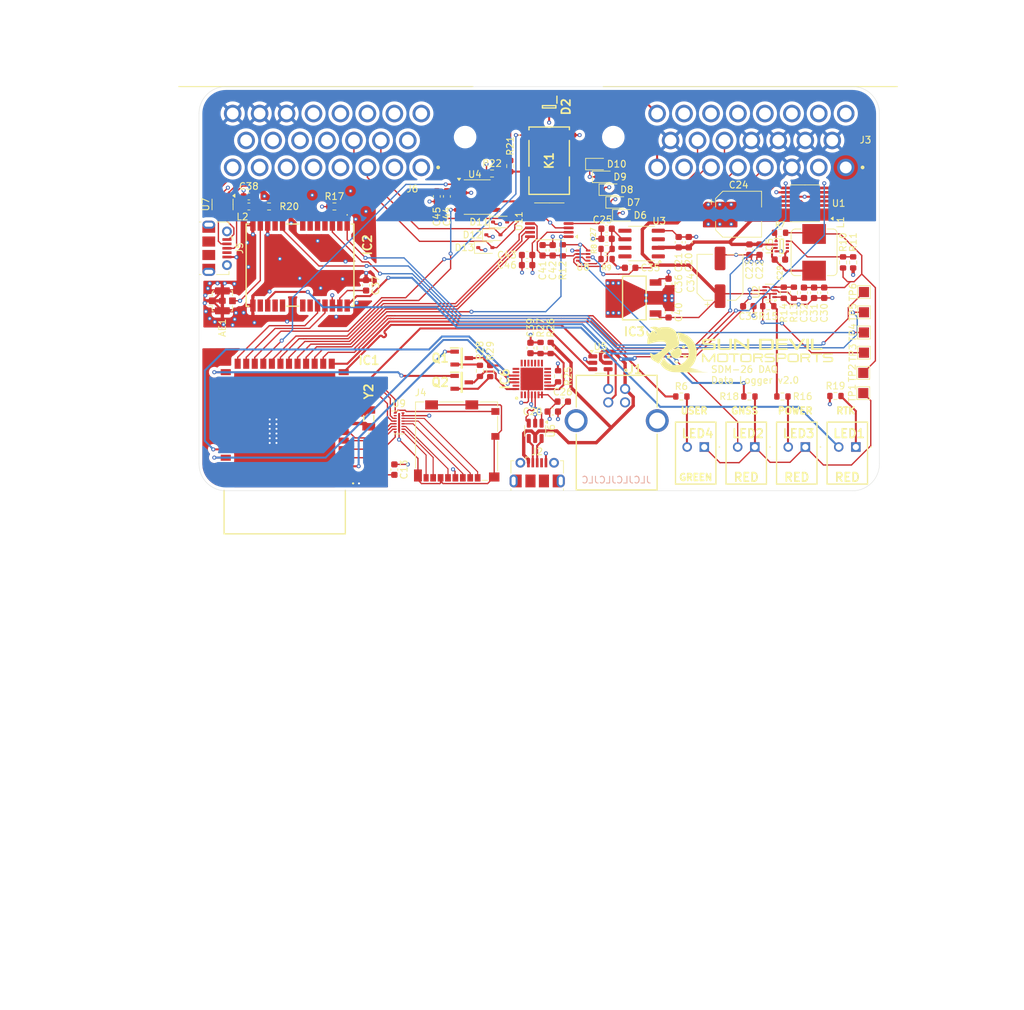
<source format=kicad_pcb>
(kicad_pcb (version 20241229) (generator "pcbnew") (generator_version "9.0")
  (layers (0 "F.Cu" signal) (4 "In1.Cu" signal) (6 "In2.Cu" signal) (2 "B.Cu" signal) (13 "F.Paste" user) (15 "B.Paste" user) (5 "F.SilkS" user "F.Silkscreen") (7 "B.SilkS" user "B.Silkscreen") (1 "F.Mask" user) (3 "B.Mask" user) (25 "Edge.Cuts" user))
  (net 0 "")
  (net 1 "GND")
  (net 2 "+3.3V")
  (net 3 "/RF_IN")
  (net 4 "VCC")
  (net 5 "Net-(U3-OUT)")
  (net 6 "/BTSB")
  (net 7 "/SMPS_SW")
  (net 8 "/5V_SMPS_OUT")
  (net 9 "Net-(U2-MODE)")
  (net 10 "VBUS")
  (net 11 "+5V")
  (net 12 "/BIAS_T")
  (net 13 "Net-(IC6-VBUS)")
  (net 14 "+5VA")
  (net 15 "/CAN-")
  (net 16 "/CAN+")
  (net 17 "/AIN0")
  (net 18 "/AIN1")
  (net 19 "/AIN2")
  (net 20 "/AIN3")
  (net 21 "/AIN4")
  (net 22 "/AIN5")
  (net 23 "/AIN6")
  (net 24 "/AIN7")
  (net 25 "/SD_CMD")
  (net 29 "/I2C1_SCL")
  (net 31 "/SD_DAT0")
  (net 32 "/USER_LED")
  (net 33 "/U0RXD")
  (net 34 "/CAN_CTX")
  (net 35 "/SD_DAT1")
  (net 36 "/CAN_RTX")
  (net 37 "/SD_CD")
  (net 38 "/XTAL_32K_N")
  (net 39 "/I2C1_SDA")
  (net 40 "/SD_DAT2")
  (net 41 "/GPIO0")
  (net 42 "/UART1_D-")
  (net 43 "/SD_CLK")
  (net 44 "/U0TXD")
  (net 45 "/CHIP_PU")
  (net 46 "/UART2_RX")
  (net 47 "/UART1_D+")
  (net 49 "/ADC_CLK")
  (net 50 "/ADC_CS")
  (net 51 "/UART2_TX")
  (net 52 "/ADC_DOUT")
  (net 56 "/ADC_DIN")
  (net 58 "/SD_DAT3")
  (net 59 "/XTAL_32K_P")
  (net 61 "/GPS_D-")
  (net 62 "Net-(IC2-GND_4)")
  (net 63 "/Safeboot")
  (net 64 "/D_SEL")
  (net 65 "/GPS_D+")
  (net 70 "/VUSB")
  (net 71 "/VCC_RF")
  (net 72 "/RTK_STAT")
  (net 73 "/PPS_LED")
  (net 74 "Net-(IC2-RESET_N)")
  (net 79 "/PG")
  (net 80 "/SMPS_FB")
  (net 83 "/PROG_D-")
  (net 89 "/PROG_D+")
  (net 92 "Net-(IC6-RTS)")
  (net 93 "Net-(IC6-DTR)")
  (net 99 "/RSTB")
  (net 103 "/USBB_D+")
  (net 104 "/USBB_D-")
  (net 106 "/USBM_D-")
  (net 109 "/USBM_D+")
  (net 117 "+BATT")
  (net 118 "Net-(J4-DAT2)")
  (net 119 "Net-(J4-CLK)")
  (net 120 "Net-(J4-DAT0)")
  (net 121 "Net-(J4-DAT1)")
  (net 122 "Net-(J4-CMD)")
  (net 123 "Net-(J4-DAT3{slash}CD)")
  (net 126 "/USBM2_D+")
  (net 127 "/USBM2_D-")
  (net 135 "Net-(LED1-K)")
  (net 136 "unconnected-(J3-Pin_7-Pad7)")
  (net 137 "/PWR_LED")
  (net 138 "/USR_LED_RSTR")
  (net 139 "Net-(Q1-B)")
  (net 140 "Net-(Q2-B)")
  (net 141 "Net-(U8-PR1)")
  (net 142 "Net-(U8-ST)")
  (net 143 "/PR1")
  (net 144 "/ST")
  (net 145 "Net-(U4-Rs)")
  (net 165 "/CAN_TERM")
  (net 166 "Net-(K1-COM)")
  (net 167 "Net-(IC1-3V3)")
  (footprint "Capacitor_SMD:C_0603_1608Metric" (layer "F.Cu") (at 157.5 49.3 90)
    (property "Reference" "C42")
    (property "Value" "1uF")
  )
  (footprint "Resistor_SMD:R_0603_1608Metric" (layer "F.Cu") (at 191.8 55.6 -90)
    (property "Reference" "R14")
    (property "Value" "10k")
  )
  (footprint "Capacitor_SMD:C_0603_1608Metric" (layer "F.Cu") (at 186.7 49.2 90)
    (property "Reference" "C23")
    (property "Value" "100nF")
  )
  (footprint "Resistor_SMD:R_0603_1608Metric" (layer "F.Cu") (at 186.7 71 180)
    (property "Reference" "R18")
    (property "Value" "330uF")
  )
  (footprint "Package_SO:SOIC-8_3.9x4.9mm_P1.27mm" (layer "F.Cu") (at 170.7 48.3 180)
    (property "Reference" "U3")
    (property "Value" "ADR425BRZ")
  )
  (footprint "VoltageRegulators:SOT-5X3" (layer "F.Cu") (at 162 48.6)
    (property "Reference" "U8")
    (property "Value" "TPS2116")
  )
  (footprint "Capacitor_SMD:C_0603_1608Metric" (layer "F.Cu") (at 112.4 41.3 180)
    (property "Reference" "C38")
    (property "Value" "100nF")
  )
  (footprint "LEDs:SSFLXH100LID01" (layer "F.Cu") (at 202.5 78.5)
    (property "Reference" "LED1")
    (property "Value" "RED")
  )
  (footprint "Package_SO:TSSOP-16_4.4x5mm_P0.65mm" (layer "F.Cu") (at 157 45 180)
    (property "Reference" "U11")
    (property "Value" "ADC128S102")
  )
  (footprint "Inductor_SMD:L_0603_1608Metric" (layer "F.Cu") (at 112.4 42.8)
    (property "Reference" "L2")
    (property "Value" "27nH")
  )
  (footprint "VoltageRegulators:SOT230P700X180-4N" (layer "F.Cu") (at 169.62 56.38 180)
    (property "Reference" "IC3")
    (property "Value" "MIC37100-3.3WS" (hide yes))
  )
  (footprint "Connector_Card:microSD_HC_Molex_104031-0811" (layer "F.Cu") (at 143.255 77.625 180)
    (property "Reference" "J4")
    (property "Value" "Molex_1040310811")
  )
  (footprint "Capacitor_SMD:C_0603_1608Metric" (layer "F.Cu") (at 176.2 48.1 90)
    (property "Reference" "C21")
    (property "Value" "100nF")
  )
  (footprint "Resistor_SMD:R_0603_1608Metric" (layer "F.Cu") (at 202.1 51.1 -90)
    (property "Reference" "R11")
    (property "Value" "10k")
  )
  (footprint "Capacitor_SMD:C_0603_1608Metric" (layer "F.Cu") (at 158.995 71.76)
    (property "Reference" "C26")
    (property "Value" "100nF")
  )
  (footprint "Resistor_SMD:R_0603_1608Metric" (layer "F.Cu") (at 199.47 70.93 180)
    (property "Reference" "R19")
    (property "Value" "330uF")
  )
  (footprint "USBs:67068-7041" (layer "F.Cu") (at 167 74.585)
    (property "Reference" "J1")
    (property "Value" "USB_B" (hide yes))
  )
  (footprint "Resistor_SMD:R_0603_1608Metric" (layer "F.Cu") (at 165.5 50.6)
    (property "Reference" "R9")
    (property "Value" "10k")
  )
  (footprint "Resistor_SMD:R_0603_1608Metric" (layer "F.Cu") (at 115.4 42.8)
    (property "Reference" "R20")
    (property "Value" "10uF")
  )
  (footprint "Package_SO:SOIC-8_3.9x4.9mm_P1.27mm" (layer "F.Cu") (at 146.3 41.4)
    (property "Reference" "U4")
    (property "Value" "SN65HVD230")
  )
  (footprint "Resistor_SMD:R_0603_1608Metric" (layer "F.Cu") (at 157.2 63.8 90)
    (property "Reference" "R26")
    (property "Value" "22.1K")
  )
  (footprint "Diode_SMD:D_SOD-323" (layer "F.Cu") (at 147.5 48.9)
    (property "Reference" "D13")
    (property "Value" "TVS")
  )
  (footprint "Capacitor_SMD:C_0603_1608Metric" (layer "F.Cu") (at 141.8 41.3 90)
    (property "Reference" "C44")
    (property "Value" "100nF")
  )
  (footprint "Package_TO_SOT_SMD:SOT-23-6" (layer "F.Cu") (at 154.9 76.1 -90)
    (property "Reference" "U6")
    (property "Value" "USBLC6-2SC6")
  )
  (footprint "Capacitor_SMD:C_0603_1608Metric" (layer "F.Cu") (at 196.3 55.6 -90)
    (property "Reference" "C31")
    (property "Value" "22uF")
  )
  (footprint "Capacitor_SMD:C_0603_1608Metric" (layer "F.Cu") (at 177.7 48.1 90)
    (property "Reference" "C20")
    (property "Value" "10uF")
  )
  (footprint "Resistor_SMD:R_0603_1608Metric" (layer "F.Cu") (at 155.7 63.8 90)
    (property "Reference" "R27")
    (property "Value" "47.5K")
  )
  (footprint "Resistor_SMD:R_0603_1608Metric" (layer "F.Cu") (at 189.5 57.6)
    (property "Reference" "R15")
    (property "Value" "10k")
  )
  (footprint "LEDs:SSFLXH100LID01" (layer "F.Cu") (at 180 78.5)
    (property "Reference" "LED4")
    (property "Value" "GREEN")
  )
  (footprint "Connector_USB:USB_Micro-B_Molex-105017-0001" (layer "F.Cu") (at 107.69 49 -90)
    (property "Reference" "J5")
    (property "Value" "USB_B_Micro")
  )
  (footprint "Capacitor_SMD:C_0603_1608Metric" (layer "F.Cu") (at 191.225 50.675 180)
    (property "Reference" "C29")
    (property "Value" "100nF")
  )
  (footprint "Resistor_SMD:R_0603_1608Metric" (layer "F.Cu") (at 193.3 55.6 90)
    (property "Reference" "R13")
    (property "Value" "10k")
  )
  (footprint "LOGO" (layer "F.Cu") (at 185.318314 64.028569)
    (property "Reference" "G***" (hide yes))
    (property "Value" "LOGO" (hide yes))
  )
  (footprint "Diode_SMD:D_SOD-323" (layer "F.Cu") (at 149.7 45.1)
    (property "Reference" "D11")
    (property "Value" "TVS")
  )
  (footprint "Resistor_SMD:R_0603_1608Metric" (layer "F.Cu") (at 191.6 71)
    (property "Reference" "R16")
    (property "Value" "220")
  )
  (footprint "Resistor_SMD:R_0603_1608Metric" (layer "F.Cu") (at 125.1 42.8 180)
    (property "Reference" "R17")
    (property "Value" "10k")
  )
  (footprint "Package_TO_SOT_SMD:SOT-23-6" (layer "F.Cu") (at 108.5 42.5 -90)
    (property "Reference" "U7")
    (property "Value" "USBLC6-2SC6")
  )
  (footprint "Resistor_SMD:R_0603_1608Metric" (layer "F.Cu") (at 148.5 37.9)
    (property "Reference" "R22")
    (property "Value" "10k")
  )
  (footprint "Microcontrollers:ESP32S3WROOM1N8R8" (layer "F.Cu") (at 117.725 78.64 180)
    (property "Reference" "IC1")
    (property "Value" "ESP32-S3-WROOM-1-N8R8" (hide yes))
  )
  (footprint "Capacitor_SMD:C_0603_1608Metric" (layer "F.Cu") (at 169 51.899 180)
    (property "Reference" "C35")
    (property "Value" "1uF")
  )
  (footprint "Capacitor_SMD:C_0603_1608Metric" (layer "F.Cu") (at 140.3 41.3 90)
    (property "Reference" "C45")
    (property "Value" "100nF")
  )
  (footprint "Capacitor_SMD:CP_Elec_6.3x5.9" (layer "F.Cu") (at 185.1 43.95)
    (property "Reference" "C24")
    (property "Value" "47uF")
  )
  (footprint "Capacitor_SMD:C_0603_1608Metric" (layer "F.Cu") (at 165.5 47.6 180)
    (property "Reference" "C27")
    (property "Value" "1uF")
  )
  (footprint "Package_SO:TSSOP-16_4.4x5mm_P0.65mm" (layer "F.Cu") (at 194.95 42.325 180)
    (property "Reference" "U1")
    (property "Value" "INA260")
  )
  (footprint "Diode_SMD:D_SOD-323" (layer "F.Cu") (at 164 36.5)
    (property "Reference" "D10")
    (property "Value" "TVS")
  )
  (footprint "Capacitor_SMD:C_0603_1608Metric" (layer "F.Cu") (at 156 49.3 90)
    (property "Reference" "C41")
    (property "Value" "100nF")
  )
  (footprint "Inductor_SMD:L_Bourns_SRP7028A_7.3x6.6mm" (layer "F.Cu") (at 196.3 49.6 -90)
    (property "Reference" "L1")
    (property "Value" "4.7uH")
  )
  (footprint "Capacitor_SMD:C_0603_1608Metric" (layer "F.Cu") (at 157.51 73.24)
    (property "Reference" "C28")
    (property "Value" "100nF")
  )
  (footprint "USBUART:QFN50P500X500X80-29N-D" (layer "F.Cu") (at 154.4 68.4 90)
    (property "Reference" "IC6")
    (property "Value" "CP2102N-A02-GQFN28" (hide yes))
  )
  (footprint "Capacitor_SMD:C_0603_1608Metric" (layer "F.Cu") (at 129.8 54.5 -90)
    (property "Reference" "C37")
    (property "Value" "1uF")
  )
  (footprint "Capacitor_SMD:C_0603_1608Metric" (layer "F.Cu") (at 153.7 51.5 180)
    (property "Reference" "C46")
    (property "Value" "1uF")
  )
  (footprint "Resistor_SMD:R_0603_1608Metric" (layer "F.Cu") (at 176.6 71)
    (property "Reference" "R6")
    (property "Value" "220")
  )
  (footprint "TestPoint:TestPoint_Pad_1.5x1.5mm" (layer "F.Cu") (at 203.7 58.5 90)
    (property "Reference" "TP5")
    (property "Value" "Reset")
  )
  (footprint "Resistor_SMD:R_0603_1608Metric" (layer "F.Cu") (at 200.6 51.1 90)
    (property "Reference" "R10")
    (property "Value" "74.1k")
  )
  (footprint "Connectors:CONN23_776087_TEC" (layer "F.Cu") (at 137.999998 37)
    (property "Reference" "J6")
    (property "Value" "1-776087-4")
  )
  (footprint "TestPoint:TestPoint_Pad_1.5x1.5mm" (layer "F.Cu") (at 203.6 70.5 90)
    (property "Reference" "TP1")
    (property "Value" "GND")
  )
  (footprint "LEDs:SSFLXH100LID01" (layer "F.Cu") (at 187.5 78.5)
    (property "Reference" "LED2")
    (property "Value" "RED")
  )
  (footprint "Capacitor_SMD:C_0603_1608Metric" (layer "F.Cu") (at 154.2 63.8 90)
    (property "Reference" "C39")
    (property "Value" "1uF")
  )
  (footprint "Transistors:SOT96P237X111-3N" (layer "F.Cu") (at 144 65.3)
    (property "Reference" "Q1")
    (property "Value" "SOT96P237X111-3N" (hide yes))
  )
  (footprint "Diode_SMD:D_SOD-323" (layer "F.Cu") (at 165 38.4)
    (property "Reference" "D9")
    (property "Value" "TVS")
  )
  (footprint "Package_TO_SOT_SMD:SOT-23-6" (layer "F.Cu") (at 164.5875 66)
    (property "Reference" "U5")
    (property "Value" "USBLC6-2SC6")
  )
  (footprint "Capacitor_SMD:C_0603_1608Metric" (layer "F.Cu") (at 134 81.855 -90)
    (property "Reference" "C13")
    (property "Value" "100nF")
  )
  (footprint "Package_TO_SOT_SMD:SOT-583-8" (layer "F.Cu") (at 189.7 55.5 180)
    (property "Reference" "U2")
    (property "Value" "TPS2116DRL")
  )
  (footprint "uSDs:UQFN-17-3.5x1.2mm" (layer "F.Cu") (at 134.7 74.85)
    (property "Reference" "U9")
    (property "Value" "ST_EMIF06-MSD02N16")
  )
  (footprint "Capacitor_SMD:C_0603_1608Metric" (layer "F.Cu") (at 197.8 55.6 -90)
    (property "Reference" "C30")
    (property "Value" "22uF")
  )
  (footprint "Capacitor_SMD:C_0603_1608Metric" (layer "F.Cu") (at 165.5 46.1 180)
    (property "Reference" "C25")
    (property "Value" "100nF")
  )
  (footprint "TestPoint:TestPoint_Pad_1.5x1.5mm" (layer "F.Cu") (at 203.6 67.5 90)
    (property "Reference" "TP2")
    (property "Value" "SMPS_OUT")
  )
  (footprint "VoltageRegulators:SOTFL50P160X60-8N" (layer "F.Cu") (at 191.5 48.7)
    (property "Reference" "IC5")
    (property "Value" "TPS563211DRLR" (hide yes))
  )
  (footprint "TestPoint:TestPoint_Pad_1.5x1.5mm" (layer "F.Cu") (at 203.7 64.5 90)
    (property "Reference" "TP3")
    (property "Value" "ST_5V")
  )
  (footprint "Relays:IMB03IGR" (layer "F.Cu") (at 156.98 36 -90)
    (property "Reference" "K1")
    (property "Value" "IMB03IGR" (hide yes))
  )
  (footprint "Crystals:ECX327CDX2096" (layer "F.Cu") (at 130.2 74.25 90)
    (property "Reference" "Y2")
    (property "Value" "ECX-.327-CDX-2096" (hide yes))
  )
  (footprint "Capacitor_SMD:C_0603_1608Metric" (layer "F.Cu") (at 174.7 58.5 -90)
    (property "Reference" "C40")
    (property "Value" "10uF")
  )
  (footprint "Transistors:SOT96P237X111-3N" (layer "F.Cu") (at 144 68.9)
    (property "Reference" "Q2")
    (property "Value" "SOT96P237X111-3N" (hide yes))
  )
  (footprint "LEDs:SSFLXH100LID01" (layer "F.Cu") (at 195 78.5)
    (property "Reference" "LED3")
    (property "Value" "RED")
  )
  (footprint "Resistor_SMD:R_0603_1608Metric" (layer "F.Cu") (at 165.5 49.1 180)
    (property "Reference" "R8")
    (property "Value" "10k")
  )
  (footprint "Resistor_SMD:R_0603_1608Metric" (layer "F.Cu") (at 158.3 68 90)
    (property "Reference" "R25")
    (property "Value" "1k")
  )
  (footprint "Connector_Coaxial:U.FL_Molex_MCRF_73412-0110_Vertical" (layer "F.Cu") (at 108.47 56.8 90)
    (property "Reference" "AE1")
    (property "Value" "UFL")
  )
  (footprint "Capacitor_SMD:C_0603_1608Metric" (layer "F.Cu") (at 186.54 57.6)
    (property "Reference" "C33")
    (property "Value" "1uF")
  )
  (footprint "Diode_SMD:D_SOD-323" (layer "F.Cu") (at 166 40.3)
    (property "Reference" "D8")
    (property "Value" "TVS")
  )
  (footprint "Connector_USB:USB_Micro-B_Molex-105017-0001" (layer "F.Cu") (at 155.2 82.3)
    (property "Reference" "J2")
    (property "Value" "USB_B_Micro")
  )
  (footprint "Capacitor_SMD:CP_Elec_6.3x5.9" (layer "F.Cu") (at 182.34 53.31 90)
    (property "Reference" "C34")
    (property "Value" "100uF")
  )
  (footprint "TestPoint:TestPoint_Pad_1.5x1.5mm" (layer "F.Cu") (at 203.7 61.5 90)
    (property "Reference" "TP4")
    (property "Value" "ST_5VA")
  )
  (footprint "Capacitor_SMD:C_0603_1608Metric" (layer "F.Cu") (at 153.7 50 180)
    (property "Reference" "C43")
    (property "Value" "100nF")
  )
  (footprint "Diode_SMD:D_SOD-323" (layer "F.Cu") (at 168 44.1)
    (property "Reference" "D6")
    (property "Value" "TVS")
  )
  (footprint "Resistor_SMD:R_0603_1608Metric" (layer "F.Cu") (at 148.225 67.225 90)
    (property "Reference" "R29")
    (property "Value" "10k")
  )
  (footprint "Resistor_SMD:R_0603_1608Metric" (layer "F.Cu") (at 151.2 36.8 90)
    (property "Reference" "R21")
    (property "Value" "120")
  )
  (footprint "Resistor_SMD:R_0603_1608Metric" (layer "F.Cu") (at 159 49.3 -90)
    (property "Reference" "R12")
    (property "Value" "10k")
  )
  (footprint "TestPoint:TestPoint_Pad_1.5x1.5mm" (layer "F.Cu") (at 203.7 55.5 90)
    (property "Reference" "TP6")
    (property "Value" "Safeboot")
  )
  (footprint "Diodes:SOT65P210X110-3N" (layer "F.Cu") (at 156.98 28 -90)
    (property "Reference" "D2")
    (property "Value" "ESDCAN03-2BWY" (hide yes))
  )
  (footprint "GNSS:NEOF9P15B" (layer "F.Cu") (at 120 51.5 90)
    (property "Reference" "IC2")
    (property "Value" "NEO-F9P-15B" (hide yes))
  )
  (footprint "Connectors:CONN23_776087_TEC" (layer "F.Cu") (at 201 37)
    (property "Reference" "J3")
    (property "Value" "1-776087-4")
  )
  (footprint "Resistor_SMD:R_0603_1608Metric" (layer "F.Cu") (at 146.7 67.2 -90)
    (property "Reference" "R28")
    (property "Value" "10k")
  )
  (footprint "Resistor_SMD:R_0603_1608Metric" (layer "F.Cu") (at 191.25 46.7)
    (property "Reference" "R7")
    (property "Value" "10k")
  )
  (footprint "Diode_SMD:D_SOD-323" (layer "F.Cu") (at 167 42.2)
    (property "Reference" "D7")
    (property "Value" "TVS")
  )
  (footprint "Capacitor_SMD:C_0603_1608Metric" (layer "F.Cu") (at 188.2 49.2 90)
    (property "Reference" "C22")
    (property "Value" "22uF")
  )
  (footprint "Capacitor_SMD:C_0603_1608Metric" (layer "F.Cu") (at 194.8 55.6 -90)
    (property "Reference" "C32")
    (property "Value" "1uF")
  )
  (footprint "Diode_SMD:D_SOD-323" (layer "F.Cu") (at 148.7 47)
    (property "Reference" "D12")
    (property "Value" "TVS")
  )
  (footprint "Capacitor_SMD:C_0603_1608Metric" (layer "F.Cu") (at 174.7 54.3 90)
    (property "Reference" "C36")
    (property "Value" "10uF")
  )
  (gr_line (start 202 85) (end 109 85) (stroke (width 0.05)) (layer "Edge.Cuts"))
  (gr_arc (start 202 25) (mid 204.828427 26.171573) (end 206 29) (stroke (width 0.05)) (layer "Edge.Cuts"))
  (gr_line (start 105 81) (end 105 29) (stroke (width 0.05)) (layer "Edge.Cuts"))
  (gr_line (start 109 25) (end 202 25) (stroke (width 0.05)) (layer "Edge.Cuts"))
  (gr_arc (start 105 29) (mid 106.171573 26.171573) (end 109 25) (stroke (width 0.05)) (layer "Edge.Cuts"))
  (gr_arc (start 206 81) (mid 204.828427 83.828427) (end 202 85) (stroke (width 0.05)) (layer "Edge.Cuts"))
  (gr_line (start 206 29) (end 206 81) (stroke (width 0.05)) (layer "Edge.Cuts"))
  (gr_arc (start 109 85) (mid 106.171573 83.828427) (end 105 81) (stroke (width 0.05)) (layer "Edge.Cuts"))
  (gr_text "USER" (at 178.5 73.7 0) (layer "F.SilkS") (effects (font (size 1 1) (thickness 0.25) (bold yes)) (justify bottom)))
  (gr_text "POWER" (at 193.5 73.7 0) (layer "F.SilkS") (effects (font (size 1 1) (thickness 0.25) (bold yes)) (justify bottom)))
  (gr_text "SDM-26 DAQ\nData Logger v2.0" (at 180.91 69.17 0) (layer "F.SilkS") (effects (font (size 1 1)) (justify left bottom)))
  (gr_text "RTK" (at 201 73.7 0) (layer "F.SilkS") (effects (font (size 1 1) (thickness 0.25) (bold yes)) (justify bottom)))
  (gr_text "GNSS" (at 186 73.7 0) (layer "F.SilkS") (effects (font (size 1 1) (thickness 0.25) (bold yes)) (justify bottom)))
  (gr_text "JLCJLCJLCJLC" (at 172.19 83.97 0) (layer "B.SilkS") (effects (font (size 1 1)) (justify left bottom mirror)))
  (segment (start 113.01 46.95) (end 113.01 45.51) (width 0.2) (layer "F.Cu") (net 1))
  (segment (start 184.73 49.975) (end 182.875 49.975) (width 0.2) (layer "F.Cu") (net 1))
  (segment (start 182.32 80.82) (end 180 78.5) (width 0.2) (layer "F.Cu") (net 1))
  (segment (start 186.3 50.375) (end 186.7 49.975) (width 0.2) (layer "F.Cu") (net 1))
  (segment (start 153.699 71.9) (end 152.85 71.9) (width 0.2) (layer "F.Cu") (net 1))
  (segment (start 191.625 56.25) (end 191.8 56.425) (width 0.2) (layer "F.Cu") (net 1))
  (segment (start 145.495 72.25) (end 139.525 72.25) (width 0.2) (layer "F.Cu") (net 1))
  (segment (start 156.5 79.45) (end 156.49 79.44) (width 0.3) (layer "F.Cu") (net 1))
  (segment (start 188.5 51) (end 188.5 50.275) (width 0.2) (layer "F.Cu") (net 1))
  (segment (start 197.8125 42) (end 197.8125 41.35) (width 0.3) (layer "F.Cu") (net 1))
  (segment (start 141.8 40.525) (end 143.585 40.525) (width 0.2) (layer "F.Cu") (net 1))
  (segment (start 162.787501 66) (end 163.45 66) (width 0.3) (layer "F.Cu") (net 1))
  (segment (start 186.3 51) (end 186.3 50.375) (width 0.2) (layer "F.Cu") (net 1))
  (segment (start 187.8 50.375) (end 188.2 49.975) (width 0.2) (layer "F.Cu") (net 1))
  (segment (start 177.7 47.325) (end 176.2 47.325) (width 0.2) (layer "F.Cu") (net 1))
  (segment (start 149.896 76.024) (end 149.896 72.424) (width 0.2) (layer "F.Cu") (net 1))
  (segment (start 163 36.55) (end 162.95 36.5) (width 0.2) (layer "F.Cu") (net 1))
  (segment (start 197.8125 41.35) (end 194.89 41.35) (width 0.3) (layer "F.Cu") (net 1))
  (segment (start 156.975 29.055) (end 156.98 29.05) (width 0.3) (layer "F.Cu") (net 1))
  (segment (start 134.7 74.85) (end 134.7 77.4) (width 0.2) (layer "F.Cu") (net 1))
  (segment (start 154.9 73.65) (end 154.9 74.9625) (width 0.2) (layer "F.Cu") (net 1))
  (segment (start 187 50.275) (end 186.7 49.975) (width 0.2) (layer "F.Cu") (net 1))
  (segment (start 157.51 48.515) (end 157.5 48.525) (width 0.2) (layer "F.Cu") (net 1))
  (segment (start 155.7 62.975) (end 154.25 62.975) (width 0.3) (layer "F.Cu") (net 1))
  (segment (start 192.705 57.33) (end 194.01 57.33) (width 0.2) (layer "F.Cu") (net 1))
  (segment (start 187.8 51) (end 187.8 50.375) (width 0.2) (layer "F.Cu") (net 1))
  (segment (start 147.675 36.5) (end 147.675 37.9) (width 0.2) (layer "F.Cu") (net 1))
  (segment (start 187.525 71) (end 187.525 78.475) (width 0.3) (layer "F.Cu") (net 1))
  (segment (start 108.5 41.3625) (end 108.5 40.8) (width 0.2) (layer "F.Cu") (net 1))
  (segment (start 177.7 47.325) (end 178.775 47.325) (width 0.2) (layer "F.Cu") (net 1))
  (segment (start 188.15 49.975) (end 188.225 49.9) (width 0.3) (layer "F.Cu") (net 1))
  (segment (start 152.925 51.5) (end 152.925 50) (width 0.2) (layer "F.Cu") (net 1))
  (segment (start 163 38.4) (end 163.95 38.4) (width 0.2) (layer "F.Cu") (net 1))
  (segment (start 162.30962 65.522119) (end 162.787501 66) (width 0.3) (layer "F.Cu") (net 1))
  (segment (start 197.69 81.17) (end 195.02 78.5) (width 0.2) (layer "F.Cu") (net 1))
  (segment (start 192.73 80.77) (end 189.77 80.77) (width 0.2) (layer "F.Cu") (net 1))
  (segment (start 129.81 53.715) (end 129.8 53.725) (width 0.2) (layer "F.Cu") (net 1))
  (segment (start 153.699 71.89827) (end 153.699 71.9) (width 0.2) (layer "F.Cu") (net 1))
  (segment (start 194.89 41.35) (end 192.0875 41.35) (width 0.3) (layer "F.Cu") (net 1))
  (segment (start 106.995 56.8) (end 108.47 58.275) (width 0.3) (layer "F.Cu") (net 1))
  (segment (start 153.9 70.75) (end 153.9 71.69727) (width 0.2) (layer "F.Cu") (net 1))
  (segment (start 153.9 71.69727) (end 153.699 71.89827) (width 0.2) (layer "F.Cu") (net 1))
  (segment (start 109.1525 50.3) (end 110.53 50.3) (width 0.3) (layer "F.Cu") (net 1))
  (segment (start 178.775 47.325) (end 178.8 47.3) (width 0.2) (layer "F.Cu") (net 1))
  (segment (start 152.85 71.9) (end 152.825 71.925) (width 0.2) (layer "F.Cu") (net 1))
  (segment (start 106.97 56.8) (end 106.995 56.8) (width 0.3) (layer "F.Cu") (net 1))
  (segment (start 190.44 56.25) (end 191.625 56.25) (width 0.2) (layer "F.Cu") (net 1))
  (segment (start 187.525 78.475) (end 187.5 78.5) (width 0.3) (layer "F.Cu") (net 1))
  (segment (start 167.91 43.74) (end 167.31 43.74) (width 0.2) (layer "F.Cu") (net 1))
  (segment (start 137.5 82.725) (end 137.5 80.2) (width 0.2) (layer "F.Cu") (net 1))
  (segment (start 166.325 51.005) (end 167.18 51.86) (width 0.3) (layer "F.Cu") (net 1))
  (segment (start 160.4 49.34) (end 161.28 49.34) (width 0.2) (layer "F.Cu") (net 1))
  (segment (start 138.034 83.926) (end 140.759 83.926) (width 0.2) (layer "F.Cu") (net 1))
  (segment (start 175.27 46.395) (end 173.175 46.395) (width 0.2) (layer "F.Cu") (net 1))
  (segment (start 154.25 62.975) (end 154.2 63.025) (width 0.3) (layer "F.Cu") (net 1))
  (segment (start 147.95 47.3) (end 147.65 47) (width 0.2) (layer "F.Cu") (net 1))
  (segment (start 158.29 74.36) (end 158.29 73.245) (width 0.2) (layer "F.Cu") (net 1))
  (segment (start 188.5 50.275) (end 188.2 49.975) (width 0.2) (layer "F.Cu") (net 1))
  (segment (start 187.315 59) (end 187.315 57.6) (width 0.2) (layer "F.Cu") (net 1))
  (segment (start 153.05 51.525) (end 153.025 51.5) (width 0.2) (layer "F.Cu") (net 1))
  (segment (start 154.225 63) (end 154.2 63.025) (width 0.3) (layer "F.Cu") (net 1))
  (segment (start 140.86 83.075) (end 140.86 83.552) (width 0.2) (layer "F.Cu") (net 1))
  (segment (start 156.5 80.8375) (end 156.5 79.45) (width 0.3) (layer "F.Cu") (net 1))
  (segment (start 153.9 68.9) (end 154.4 68.4) (width 0.2) (layer "F.Cu") (net 1))
  (segment (start 154.225 61.85) (end 154.225 63) (width 0.3) (layer "F.Cu") (net 1))
  (segment (start 176.2 47.325) (end 175.27 46.395) (width 0.2) (layer "F.Cu") (net 1))
  (segment (start 189.77 80.77) (end 187.5 78.5) (width 0.2) (layer "F.Cu") (net 1))
  (segment (start 141.234 83.926) (end 147.844 83.926) (width 0.2) (layer "F.Cu") (net 1))
  (segment (start 158.285 73.24) (end 159.765 71.76) (width 0.2) (layer "F.Cu") (net 1))
  (segment (start 129.81 52.66) (end 129.81 53.715) (width 0.2) (layer "F.Cu") (net 1))
  (segment (start 157.90513 45.975) (end 159.8625 45.975) (width 0.2) (layer "F.Cu") (net 1))
  (segment (start 110.53 50.3) (end 110.56 50.33) (width 0.3) (layer "F.Cu") (net 1))
  (segment (start 194.01 57.33) (end 195.345 57.33) (width 0.2) (layer "F.Cu") (net 1))
  (segment (start 140.86 83.552) (end 141.234 83.926) (width 0.2) (layer "F.Cu") (net 1))
  (segment (start 115.18 45.52) (end 115.2 45.5) (width 0.2) (layer "F.Cu") (net 1))
  (segment (start 111.625 40.41) (end 111.625 41.3) (width 0.2) (layer "F.Cu") (net 1))
  (segment (start 166.325 50.6) (end 166.325 51.005) (width 0.3) (layer "F.Cu") (net 1))
  (segment (start 197.625 37.625) (end 197 37) (width 0.3) (layer "F.Cu") (net 1))
  (segment (start 156.975 30.35) (end 156.975 29.055) (width 0.3) (layer "F.Cu") (net 1))
  (segment (start 140.3 40.525) (end 141.8 40.525) (width 0.2) (layer "F.Cu") (net 1))
  (segment (start 197.8125 42.65) (end 197.8125 42) (width 0.3) (layer "F.Cu") (net 1))
  (segment (start 197.8 56.375) (end 196.3 56.375) (width 0.2) (layer "F.Cu") (net 1))
  (segment (start 148.97 45.42) (end 148.65 45.1) (width 0.2) (layer "F.Cu") (net 1))
  (segment (start 186.7 49.975) (end 184.73 49.975) (width 0.2) (layer "F.Cu") (net 1))
  (segment (start 201.848 81.17) (end 197.69 81.17) (width 0.2) (layer "F.Cu") (net 1))
  (segment (start 187.5 78.5) (end 185.18 80.82) (width 0.2) (layer "F.Cu") (net 1))
  (segment (start 166.43 41.72) (end 165.95 42.2) (width 0.2) (layer "F.Cu") (net 1))
  (segment (start 149.722 72.25) (end 145.495 72.25) (width 0.2) (layer "F.Cu") (net 1))
  (segment (start 153.9 70.75) (end 153.9 68.9) (width 0.2) (layer "F.Cu") (net 1))
  (segment (start 167.18 51.86) (end 168.186 51.86) (width 0.3) (layer "F.Cu") (net 1))
  (segment (start 187 51) (end 187 50.275) (width 0.2) (layer "F.Cu") (net 1))
  (segment (start 191.37 49.45) (end 190.662 49.45) (width 0.3) (layer "F.Cu") (net 1))
  (segment (start 191.8 56.425) (end 192.705 57.33) (width 0.2) (layer "F.Cu") (net 1))
  (segment (start 165.3 39.95) (end 164.95 40.3) (width 0.2) (layer "F.Cu") (net 1))
  (segment (start 159.765 71.76) (end 159.77 71.76) (width 0.2) (layer "F.Cu") (net 1))
  (segment (start 160.005 32.225) (end 159.98 32.2) (width 0.3) (layer "F.Cu") (net 1))
  (segment (start 185.18 80.82) (end 182.32 80.82) (width 0.2) (layer "F.Cu") (net 1))
  (segment (start 147.844 83.926) (end 148.82 82.95) (width 0.2) (layer "F.Cu") (net 1))
  (segment (start 159.98 32.2) (end 161.5 32.2) (width 0.3) (layer "F.Cu") (net 1))
  (segment (start 204.71 71.61) (end 204.71 78.308) (width 0.2) (layer "F.Cu") (net 1))
  (segment (start 163.5 47.6) (end 164.725 47.6) (width 0.2) (layer "F.Cu") (net 1))
  (segment (start 149.68 45.42) (end 148.97 45.42) (width 0.2) (layer "F.Cu") (net 1))
  (segment (start 197.125 37.125) (end 197 37) (width 0.3) (layer "F.Cu") (net 1))
  (segment (start 156.60513 44.675) (end 157.125065 45.194935) (width 0.2) (layer "F.Cu") (net 1))
  (segment (start 165.89 39.95) (end 165.3 39.95) (width 0.2) (layer "F.Cu") (net 1))
  (segment (start 163 38.4) (end 163 36.55) (width 0.2) (layer "F.Cu") (net 1))
  (segment (start 115.18 46.96) (end 115.18 45.52) (width 0.2) (layer "F.Cu") (net 1))
  (segment (start 140.86 83.825) (end 140.86 83.075) (width 0.2) (layer "F.Cu") (net 1))
  (segment (start 195.345 57.33) (end 196.3 56.375) (width 0.2) (layer "F.Cu") (net 1))
  (segment (start 137.5 80.2) (end 134.7 77.4) (width 0.2) (layer "F.Cu") (net 1))
  (segment (start 202.1 51.925) (end 202.1 52.95) (width 0.5) (layer "F.Cu") (net 1))
  (segment (start 137.5 83.392) (end 138.034 83.926) (width 0.2) (layer "F.Cu") (net 1))
  (segment (start 143.825 40.765) (end 145.4 40.765) (width 0.3) (layer "F.Cu") (net 1))
  (segment (start 195 78.5) (end 192.73 80.77) (width 0.2) (layer "F.Cu") (net 1))
  (segment (start 148.6 47.3) (end 147.95 47.3) (width 0.2) (layer "F.Cu") (net 1))
  (segment (start 167.31 43.74) (end 166.95 44.1) (width 0.2) (layer "F.Cu") (net 1))
  (segment (start 137.5 82.725) (end 137.5 83.392) (width 0.2) (layer "F.Cu") (net 1))
  (segment (start 152.95 52.61) (end 152.95 51.525) (width 0.2) (layer "F.Cu") (net 1))
  (segment (start 148.82 82.95) (end 148.82 77.1) (width 0.2) (layer "F.Cu") (net 1))
  (segment (start 143.585 40.525) (end 143.825 40.765) (width 0.2) (layer "F.Cu") (net 1))
  (segment (start 154.1375 44.675) (end 156.60513 44.675) (width 0.2) (layer "F.Cu") (net 1))
  (segment (start 168.186 51.86) (end 168.225 51.899) (width 0.3) (layer "F.Cu") (net 1))
  (segment (start 140.759 83.926) (end 140.86 83.825) (width 0.2) (layer "F.Cu") (net 1))
  (segment (start 149.896 72.424) (end 149.722 72.25) (width 0.2) (layer "F.Cu") (net 1))
  (segment (start 128.75 83.9) (end 126.475 83.9) (width 0.3) (layer "F.Cu") (net 1))
  (segment (start 203.6 70.5) (end 204.71 71.61) (width 0.2) (layer "F.Cu") (net 1))
  (segment (start 188.2 49.975) (end 186.7 49.975) (width 0.2) (layer "F.Cu") (net 1))
  (segment (start 106.995 56.8) (end 108.47 55.325) (width 0.3) (layer "F.Cu") (net 1))
  (segment (start 199 56.375) (end 197.8 56.375) (width 0.2) (layer "F.Cu") (net 1))
  (segment (start 157.125065 45.194935) (end 157.90513 45.975) (width 0.2) (layer "F.Cu") (net 1))
  (segment (start 148.995 76.925) (end 149.896 76.024) (width 0.2) (layer "F.Cu") (net 1))
  (segment (start 166.8 41.72) (end 166.43 41.72) (width 0.2) (layer "F.Cu") (net 1))
  (segment (start 182.875 49.975) (end 182.34 50.51) (width 0.2) (layer "F.Cu") (net 1))
  (segment (start 148.82 77.1) (end 148.995 76.925) (width 0.2) (layer "F.Cu") (net 1))
  (segment (start 113.01 45.51) (end 113 45.5) (width 0.2) (layer "F.Cu") (net 1))
  (segment (start 204.71 78.308) (end 201.848 81.17) (width 0.2) (layer "F.Cu") (net 1))
  (segment (start 195.02 78.5) (end 195 78.5) (width 0.2) (layer "F.Cu") (net 1))
  (segment (start 146.82 49.27) (end 146.45 48.9) (width 0.2) (layer "F.Cu") (net 1))
  (segment (start 162.30962 65.44038) (end 162.30962 65.522119) (width 0.3) (layer "F.Cu") (net 1))
  (segment (start 158.29 73.245) (end 158.285 73.24) (width 0.2) (layer "F.Cu") (net 1))
  (segment (start 164.725 46.1) (end 164.725 47.6) (width 0.2) (layer "F.Cu") (net 1))
  (segment (start 108.5 40.8) (end 109.29 40.01) (width 0.2) (layer "F.Cu") (net 1))
  (segment (start 157.5 48.525) (end 156 48.525) (width 0.2) (layer "F.Cu") (net 1))
  (segment (start 157.51 47.26) (end 157.51 48.515) (width 0.2) (layer "F.Cu") (net 1))
  (segment (start 147.5 49.27) (end 146.82 49.27) (width 0.2) (layer "F.Cu") (net 1))
  (via (at 167.27 54.17) (size 0.6) (drill 0.3) (layers "F.Cu" "B.Cu") (net 1))
  (via (at 106.59 59.43) (size 0.6) (drill 0.3) (layers "F.Cu" "B.Cu") (net 1))
  (via (at 157.51 47.26) (size 0.6) (drill 0.3) (layers "F.Cu" "B.Cu") (net 1))
  (via (at 167.18 51.86) (size 0.6) (drill 0.3) (layers "F.Cu" "B.Cu") (net 1))
  (via (at 171.36 56.81) (size 0.6) (drill 0.3) (layers "F.Cu" "B.Cu") (net 1))
  (via (at 174.2 56.1) (size 0.6) (drill 0.3) (layers "F.Cu" "B.Cu") (net 1))
  (via (at 180.6 45.425) (size 0.6) (drill 0.3) (layers "F.Cu" "B.Cu") (net 1))
  (via (at 126.32 53.56) (size 0.6) (drill 0.3) (layers "F.Cu" "B.Cu") (net 1))
  (via (at 108.82 54.21) (size 0.6) (drill 0.3) (layers "F.Cu" "B.Cu") (net 1))
  (via (at 187.315 59) (size 0.6) (drill 0.3) (layers "F.Cu" "B.Cu") (net 1))
  (via (at 121.81 41.11) (size 0.6) (drill 0.3) (layers "F.Cu" "B.Cu") (net 1))
  (via (at 156.975 30.35) (size 0.6) (drill 0.3) (layers "F.Cu" "B.Cu") (net 1))
  (via (at 115.47 55.41) (size 0.6) (drill 0.3) (layers "F.Cu" "B.Cu") (net 1))
  (via (at 122.62 47.91) (size 0.6) (drill 0.3) (layers "F.Cu" "B.Cu") (net 1))
  (via (at 115.5 76.5) (size 0.6) (drill 0.3) (layers "F.Cu" "B.Cu") (net 1))
  (via (at 156.49 79.44) (size 0.6) (drill 0.3) (layers "F.Cu" "B.Cu") (net 1))
  (via (at 115.5 75.8) (size 0.6) (drill 0.3) (layers "F.Cu" "B.Cu") (net 1))
  (via (at 129.78 43.53) (size 0.6) (drill 0.3) (layers "F.Cu" "B.Cu") (net 1))
  (via (at 184 45.425) (size 0.6) (drill 0.3) (layers "F.Cu" "B.Cu") (net 1))
  (via (at 107.34 59.94) (size 0.6) (drill 0.3) (layers "F.Cu" "B.Cu") (net 1))
  (via (at 115.5 75.1) (size 0.6) (drill 0.3) (layers "F.Cu" "B.Cu") (net 1))
  (via (at 117.01 50.57) (size 0.6) (drill 0.3) (layers "F.Cu" "B.Cu") (net 1))
  (via (at 129.81 52.66) (size 0.6) (drill 0.3) (layers "F.Cu" "B.Cu") (net 1))
  (via (at 171.37 55.96) (size 0.6) (drill 0.3) (layers "F.Cu" "B.Cu") (net 1))
  (via (at 105.86 57.14) (size 0.6) (drill 0.3) (layers "F.Cu" "B.Cu") (net 1))
  (via (at 147.675 36.5) (size 0.6) (drill 0.3) (layers "F.Cu" "B.Cu") (net 1))
  (via (at 106.32 54.95) (size 0.6) (drill 0.3) (layers "F.Cu" "B.Cu") (net 1))
  (via (at 158.29 74.36) (size 0.6) (drill 0.3) (layers "F.Cu" "B.Cu") (net 1))
  (via (at 165.89 39.95) (size 0.6) (drill 0.3) (layers "F.Cu" "B.Cu") (net 1))
  (via (at 166.8 41.72) (size 0.6) (drill 0.3) (layers "F.Cu" "B.Cu") (net 1))
  (via (at 116.5 77.9) (size 0.6) (drill 0.3) (layers "F.Cu" "B.Cu") (net 1))
  (via (at 110 60.39) (size 0.6) (drill 0.3) (layers "F.Cu" "B.Cu") (net 1))
  (via (at 116.5 76.5) (size 0.6) (drill 0.3) (layers "F.Cu" "B.Cu") (net 1))
  (via (at 175.2 56.1) (size 0.6) (drill 0.3) (layers "F.Cu" "B.Cu") (net 1))
  (via (at 111.62 58.56) (size 0.6) (drill 0.3) (layers "F.Cu" "B.Cu") (net 1))
  (via (at 123.06 54.91) (size 0.6) (drill 0.3) (layers "F.Cu" "B.Cu") (net 1))
  (via (at 115.18 46.96) (size 0.6) (drill 0.3) (layers "F.Cu" "B.Cu") (net 1))
  (via (at 186.3 51) (size 0.6) (drill 0.3) (layers "F.Cu" "B.Cu") (net 1))
  (via (at 187 51) (size 0.6) (drill 0.3) (layers "F.Cu" "B.Cu") (net 1))
  (via (at 167.91 43.74) (size 0.6) (drill 0.3) (layers "F.Cu" "B.Cu") (net 1))
  (via (at 118.08 59.87) (size 0.6) (drill 0.3) (layers "F.Cu" "B.Cu") (net 1))
  (via (at 115.5 77.9) (size 0.6) (drill 0.3) (layers "F.Cu" "B.Cu") (net 1))
  (via (at 152.95 52.61) (size 0.6) (drill 0.3) (layers "F.Cu" "B.Cu") (net 1))
  (via (at 180.6 42.5) (size 0.6) (drill 0.3) (layers "F.Cu" "B.Cu") (net 1))
  (via (at 194.89 41.35) (size 0.6) (drill 0.3) (layers "F.Cu" "B.Cu") (net 1))
  (via (at 129.75 47.45) (size 0.6) (drill 0.3) (layers "F.Cu" "B.Cu") (net 1))
  (via (at 161.5 32.2) (size 0.6) (drill 0.3) (layers "F.Cu" "B.Cu") (net 1))
  (via (at 110.25 54.28) (size 0.6) (drill 0.3) (layers "F.Cu" "B.Cu") (net 1))
  (via (at 106.59 54.21) (size 0.6) (drill 0.3) (layers "F.Cu" "B.Cu") (net 1))
  (via (at 134.7 77.4) (size 0.6) (drill 0.3) (layers "F.Cu" "B.Cu") (net 1))
  (via (at 113.01 46.95) (size 0.6) (drill 0.3) (layers "F.Cu" "B.Cu") (net 1))
  (via (at 115.5 74.4) (size 0.6) (drill 0.3) (layers "F.Cu" "B.Cu") (net 1))
  (via (at 118.69 45.3) (size 0.6) (drill 0.3) (layers "F.Cu" "B.Cu") (net 1))
  (via (at 184.73 49.975) (size 0.6) (drill 0.3) (layers "F.Cu" "B.Cu") (net 1))
  (via (at 175.2 56.7) (size 0.6) (drill 0.3) (layers "F.Cu" "B.Cu") (net 1))
  (via (at 110.3 59.54) (size 0.6) (drill 0.3) (layers "F.Cu" "B.Cu") (net 1))
  (via (at 125.36 59.17) (size 0.6) (drill 0.3) (layers "F.Cu" "B.Cu") (net 1))
  (via (at 113.23 60.04) (size 0.6) (drill 0.3) (layers "F.Cu" "B.Cu") (net 1))
  (via (at 191.37 49.45) (size 0.6) (drill 0.3) (layers "F.Cu" "B.Cu") (net 1))
  (via (at 116.5 74.4) (size 0.6) (drill 0.3) (layers "F.Cu" "B.Cu") (net 1))
  (via (at 202.1 52.95) (size 0.6) (drill 0.3) (layers "F.Cu" "B.Cu") (net 1))
  (via (at 126.75 50.96) (size 0.6) (drill 0.3) (layers "F.Cu" "B.Cu") (net 1))
  (via (at 166.47 54.17) (size 0.6) (drill 0.3) (layers "F.Cu" "B.Cu") (net 1))
  (via (at 148.6 47.3) (size 0.6) (drill 0.3) (layers "F.Cu" "B.Cu") (net 1))
  (via (at 188.5 51) (size 0.6) (drill 0.3) (layers "F.Cu" "B.Cu") (net 1))
  (via (at 163 38.4) (size 0.6) (drill 0.3) (layers "F.Cu" "B.Cu") (net 1))
  (via (at 147.5 49.27) (size 0.6) (drill 0.3) (layers "F.Cu" "B.Cu") (net 1))
  (via (at 108.65 60.32) (size 0.6) (drill 0.3) (layers "F.Cu" "B.Cu") (net 1))
  (via (at 149.68 45.42) (size 0.6) (drill 0.3) (layers "F.Cu" "B.Cu") (net 1))
  (via (at 110.56 50.33) (size 0.6) (drill 0.3) (layers "F.Cu" "B.Cu") (net 1))
  (via (at 187.8 51) (size 0.6) (drill 0.3) (layers "F.Cu" "B.Cu") (net 1))
  (via (at 127.49 40.5) (size 0.6) (drill 0.3) (layers "F.Cu" "B.Cu") (net 1))
  (via (at 109.29 40.01) (size 0.6) (drill 0.3) (layers "F.Cu" "B.Cu") (net 1))
  (via (at 112.34 51.77) (size 0.6) (drill 0.3) (layers "F.Cu" "B.Cu") (net 1))
  (via (at 128.27 44.69) (size 0.6) (drill 0.3) (layers "F.Cu" "B.Cu") (net 1))
  (via (at 199 56.375) (size 0.6) (drill 0.3) (layers "F.Cu" "B.Cu") (net 1))
  (via (at 167.3 58.6) (size 0.6) (drill 0.3) (layers "F.Cu" "B.Cu") (net 1))
  (via (at 128.75 83.9) (size 0.6) (drill 0.3) (layers "F.Cu" "B.Cu") (net 1))
  (via (at 119.96 53.46) (size 0.6) (drill 0.3) (layers "F.Cu" "B.Cu") (net 1))
  (via (at 178.8 47.3) (size 0.6) (drill 0.3) (layers "F.Cu" "B.Cu") (net 1))
  (via (at 116.5 75.1) (size 0.6) (drill 0.3) (layers "F.Cu" "B.Cu") (net 1))
  (via (at 157.125065 45.194935) (size 0.6) (drill 0.3) (layers "F.Cu" "B.Cu") (net 1))
  (via (at 110.49 58.59) (size 0.6) (drill 0.3) (layers "F.Cu" "B.Cu") (net 1))
  (via (at 182.3 42.5) (size 0.6) (drill 0.3) (layers "F.Cu" "B.Cu") (net 1))
  (via (at 107.74 54.2) (size 0.6) (drill 0.3) (layers "F.Cu" "B.Cu") (net 1))
  (via (at 154.225 61.85) (size 0.6) (drill 0.3) (layers "F.Cu" "B.Cu") (net 1))
  (via (at 115.5 77.2) (size 0.6) (drill 0.3) (layers "F.Cu" "B.Cu") (net 1))
  (via (at 114.71 41.27) (size 0.6) (drill 0.3) (layers "F.Cu" "B.Cu") (net 1))
  (via (at 116.5 77.2) (size 0.6) (drill 0.3) (layers "F.Cu" "B.Cu") (net 1))
  (via (at 116.5 75.8) (size 0.6) (drill 0.3) (layers "F.Cu" "B.Cu") (net 1))
  (via (at 163.5 47.6) (size 0.6) (drill 0.3) (layers "F.Cu" "B.Cu") (net 1))
  (via (at 112.14 48.17) (size 0.6) (drill 0.3) (layers "F.Cu" "B.Cu") (net 1))
  (via (at 145.4 40.765) (size 0.6) (drill 0.3) (layers "F.Cu" "B.Cu") (net 1))
  (via (at 152.825 71.925) (size 0.6) (drill 0.3) (layers "F.Cu" "B.Cu") (net 1))
  (via (at 182.3 45.425) (size 0.6) (drill 0.3) (layers "F.Cu" "B.Cu") (net 1))
  (via (at 162.30962 65.44038) (size 0.6) (drill 0.3) (layers "F.Cu" "B.Cu") (net 1))
  (via (at 111.625 40.41) (size 0.6) (drill 0.3) (layers "F.Cu" "B.Cu") (net 1))
  (via (at 128.39 57.1) (size 0.6) (drill 0.3) (layers "F.Cu" "B.Cu") (net 1))
  (via (at 154.9 73.65) (size 0.6) (drill 0.3) (layers "F.Cu" "B.Cu") (net 1))
  (via (at 105.94 56) (size 0.6) (drill 0.3) (layers "F.Cu" "B.Cu") (net 1))
  (via (at 165.7 58.6) (size 0.6) (drill 0.3) (layers "F.Cu" "B.Cu") (net 1))
  (via (at 184 42.5) (size 0.6) (drill 0.3) (layers "F.Cu" "B.Cu") (net 1))
  (via (at 166.5 58.6) (size 0.6) (drill 0.3) (layers "F.Cu" "B.Cu") (net 1))
  (via (at 160.4 49.34) (size 0.6) (drill 0.3) (layers "F.Cu" "B.Cu") (net 1))
  (via (at 194.01 57.33) (size 0.6) (drill 0.3) (layers "F.Cu" "B.Cu") (net 1))
  (via (at 106.02 58.38) (size 0.6) (drill 0.3) (layers "F.Cu" "B.Cu") (net 1))
  (via (at 165.67 54.17) (size 0.6) (drill 0.3) (layers "F.Cu" "B.Cu") (net 1))
  (via (at 174.2 56.7) (size 0.6) (drill 0.3) (layers "F.Cu" "B.Cu") (net 1))
  (segment (start 174.7 53.525) (end 174.7 52.5) (width 0.2) (layer "F.Cu") (net 2))
  (segment (start 124.78 57.48) (end 124.8 57.5) (width 0.2) (layer "F.Cu") (net 2))
  (segment (start 143 83.015) (end 143.06 83.075) (width 0.2) (layer "F.Cu") (net 2))
  (segment (start 156.74 73.24) (end 158.22 71.76) (width 0.2) (layer "F.Cu") (net 2))
  (segment (start 139.175 73.85) (end 135.275 73.85) (width 0.2) (layer "F.Cu") (net 2))
  (segment (start 155.4 70.75) (end 155.9 70.75) (width 0.2) (layer "F.Cu") (net 2))
  (segment (start 173.325 53.525) (end 172.77 54.08) (width 0.2) (layer "F.Cu") (net 2))
  (segment (start 125.9 57.5) (end 124.8 57.5) (width 0.2) (layer "F.Cu") (net 2))
  (segment (start 143.785 42.075) (end 143.825 42.035) (width 0.2) (layer "F.Cu") (net 2))
  (segment (start 142.71 81.81) (end 143 82.1) (width 0.2) (layer "F.Cu") (net 2))
  (segment (start 124.255 42.82) (end 124.275 42.8) (width 0.2) (layer "F.Cu") (net 2))
  (segment (start 124.78 55.97) (end 124.78 57.48) (width 0.2) (layer "F.Cu") (net 2))
  (segment (start 154.475 50) (end 154.475 48.24487) (width 0.2) (layer "F.Cu") (net 2))
  (segment (start 154.79487 45.325) (end 154.1375 45.325) (width 0.2) (layer "F.Cu") (net 2))
  (segment (start 140.3 42.075) (end 141.8 42.075) (width 0.2) (layer "F.Cu") (net 2))
  (segment (start 154.51 52.65) (end 154.51 51.535) (width 0.2) (layer "F.Cu") (net 2))
  (segment (start 154.475 51.5) (end 154.475 50) (width 0.2) (layer "F.Cu") (net 2))
  (segment (start 154.61 51.535) (end 154.575 51.5) (width 0.2) (layer "F.Cu") (net 2))
  (segment (start 156.735 73.24) (end 156.74 73.24) (width 0.2) (layer "F.Cu") (net 2))
  (segment (start 192.0875 40.7) (end 190.725 40.7) (width 0.3) (layer "F.Cu") (net 2))
  (segment (start 157.81 71.76) (end 156.8 70.75) (width 0.2) (layer "F.Cu") (net 2))
  (segment (start 141.8 42.075) (end 143.785 42.075) (width 0.2) (layer "F.Cu") (net 2))
  (segment (start 143 82.1) (end 143 83.015) (width 0.2) (layer "F.Cu") (net 2))
  (segment (start 190.725 40.7) (end 190.7 40.675) (width 0.3) (layer "F.Cu") (net 2))
  (segment (start 125.9 57.5) (end 125.9 56.4) (width 0.2) (layer "F.Cu") (net 2))
  (segment (start 198.64 72.14) (end 198.64 70.935) (width 0.3) (layer "F.Cu") (net 2))
  (segment (start 158.275 66.1) (end 158.275 67.15) (width 0.3) (layer "F.Cu") (net 2))
  (segment (start 155.176 47.54387) (end 155.176 45.70613) (width 0.2) (layer "F.Cu") (net 2))
  (segment (start 155.176 45.70613) (end 154.79487 45.325) (width 0.2) (layer "F.Cu") (net 2))
  (segment (start 174.7 53.525) (end 173.325 53.525) (width 0.2) (layer "F.Cu") (net 2))
  (segment (start 156.8 70.75) (end 155.9 70.75) (width 0.2) (layer "F.Cu") (net 2))
  (segment (start 139.22 42.06) (end 140.285 42.06) (width 0.2) (layer "F.Cu") (net 2))
  (segment (start 154.475 48.24487) (end 155.176 47.54387) (width 0.2) (layer "F.Cu") (net 2))
  (segment (start 140.285 42.06) (end 140.3 42.075) (width 0.2) (layer "F.Cu") (net 2))
  (segment (start 127.025 55.275) (end 129.8 55.275) (width 0.2) (layer "F.Cu") (net 2))
  (segment (start 158.275 67.15) (end 158.3 67.175) (width 0.3) (layer "F.Cu") (net 2))
  (segment (start 157.05 73.555) (end 156.735 73.24) (width 0.2) (layer "F.Cu") (net 2))
  (segment (start 123.26 42.82) (end 124.255 42.82) (width 0.2) (layer "F.Cu") (net 2))
  (segment (start 158.22 71.76) (end 157.81 71.76) (width 0.2) (layer "F.Cu") (net 2))
  (segment (start 135.275 73.45) (end 135.275 73.85) (width 0.2) (layer "F.Cu") (net 2))
  (segment (start 136 81.08) (end 134 81.08) (width 0.2) (layer "F.Cu") (net 2))
  (segment (start 125.9 56.4) (end 127.025 55.275) (width 0.2) (layer "F.Cu") (net 2))
  (segment (start 157.05 74.34) (end 157.05 73.555) (width 0.2) (layer "F.Cu") (net 2))
  (segment (start 143.86 42) (end 143.825 42.035) (width 0.3) (layer "F.Cu") (net 2))
  (segment (start 198.64 70.935) (end 198.645 70.93) (width 0.3) (layer "F.Cu") (net 2))
  (via (at 142.71 81.81) (size 0.6) (drill 0.3) (layers "F.Cu" "B.Cu") (net 2))
  (via (at 124.78 55.97) (size 0.6) (drill 0.3) (layers "F.Cu" "B.Cu") (net 2))
  (via (at 157.05 74.34) (size 0.6) (drill 0.3) (layers "F.Cu" "B.Cu") (net 2))
  (via (at 136 81.08) (size 0.6) (drill 0.3) (layers "F.Cu" "B.Cu") (net 2))
  (via (at 123.26 42.82) (size 0.6) (drill 0.3) (layers "F.Cu" "B.Cu") (net 2))
  (via (at 154.51 52.65) (size 0.6) (drill 0.3) (layers "F.Cu" "B.Cu") (net 2))
  (via (at 139.22 42.06) (size 0.6) (drill 0.3) (layers "F.Cu" "B.Cu") (net 2))
  (via (at 174.7 52.5) (size 0.6) (drill 0.3) (layers "F.Cu" "B.Cu") (net 2))
  (via (at 190.7 40.675) (size 0.6) (drill 0.3) (layers "F.Cu" "B.Cu") (net 2))
  (via (at 139.175 73.85) (size 0.6) (drill 0.3) (layers "F.Cu" "B.Cu") (net 2))
  (via (at 158.275 66.1) (size 0.6) (drill 0.3) (layers "F.Cu" "B.Cu") (net 2))
  (via (at 198.64 72.14) (size 0.6) (drill 0.3) (layers "F.Cu" "B.Cu") (net 2))
  (segment (start 111.09 56.8) (end 114.1 53.79) (width 0.2) (layer "F.Cu") (net 3))
  (segment (start 111.6125 42.8) (end 112.3885 43.576) (width 0.2) (layer "F.Cu") (net 3))
  (segment (start 114.1 44.05) (end 114.1 45.5) (width 0.2) (layer "F.Cu") (net 3))
  (segment (start 111.09 56.8) (end 109.97 56.8) (width 0.2) (layer "F.Cu") (net 3))
  (segment (start 113.626 43.576) (end 114.1 44.05) (width 0.2) (layer "F.Cu") (net 3))
  (segment (start 114.1 53.79) (end 114.1 45.5) (width 0.2) (layer "F.Cu") (net 3))
  (segment (start 112.3885 43.576) (end 113.626 43.576) (width 0.2) (layer "F.Cu") (net 3))
  (via (at 111.09 56.8) (size 0.6) (drill 0.3) (layers "F.Cu" "B.Cu") (net 3))
  (segment (start 111.09 56.7) (end 111.33 56.7) (width 0.2) (layer "B.Cu") (net 3))
  (segment (start 173.235 48.875) (end 173.175 48.935) (width 0.5) (layer "F.Cu") (net 4))
  (segment (start 187.9 43.95) (end 183.77 48.08) (width 0.5) (layer "F.Cu") (net 4))
  (segment (start 177.7 48.875) (end 176.2 48.875) (width 0.5) (layer "F.Cu") (net 4))
  (segment (start 192.0875 43.95) (end 192.0875 44.6) (width 0.3) (layer "F.Cu") (net 4))
  (segment (start 176.2 48.875) (end 173.235 48.875) (width 0.5) (layer "F.Cu") (net 4))
  (segment (start 188.225 48.45) (end 188.2 48.425) (width 0.2) (layer "F.Cu") (net 4))
  (segment (start 190.662 48.45) (end 188.225 48.45) (width 0.3) (layer "F.Cu") (net 4))
  (segment (start 184.115 48.425) (end 186.7 48.425) (width 0.5) (layer "F.Cu") (net 4))
  (segment (start 186.7 48.425) (end 188.2 48.425) (width 0.5) (layer "F.Cu") (net 4))
  (segment (start 176.025 48.875) (end 175.965 48.935) (width 0.5) (layer "F.Cu") (net 4))
  (segment (start 192.0875 43.3) (end 192.0875 43.95) (width 0.3) (layer "F.Cu") (net 4))
  (segment (start 183.77 48.08) (end 184.115 48.425) (width 0.5) (layer "F.Cu") (net 4))
  (segment (start 183.77 48.08) (end 178.495 48.08) (width 0.5) (layer "F.Cu") (net 4))
  (segment (start 176.2 48.875) (end 176.025 48.875) (width 0.5) (layer "F.Cu") (net 4))
  (segment (start 178.495 48.08) (end 177.7 48.875) (width 0.5) (layer "F.Cu") (net 4))
  (segment (start 162.76 50.84) (end 162.391176 50.84) (width 0.2) (layer "F.Cu") (net 5))
  (segment (start 164.772064 51.692) (end 165.624 50.840064) (width 0.2) (layer "F.Cu") (net 5))
  (segment (start 161.891176 50.34) (end 161.28 50.34) (width 0.2) (layer "F.Cu") (net 5))
  (segment (start 166.275 47.6) (end 166.275 49.05) (width 0.2) (layer "F.Cu") (net 5))
  (segment (start 162.391176 50.84) (end 161.891176 50.34) (width 0.2) (layer "F.Cu") (net 5))
  (segment (start 160.911176 50.34) (end 160.644 50.607176) (width 0.2) (layer "F.Cu") (net 5))
  (segment (start 166.285 49.07) (end 166.295 49.08) (width 0.2) (layer "F.Cu") (net 5))
  (segment (start 165.624 50.840064) (end 165.624 49.801) (width 0.2) (layer "F.Cu") (net 5))
  (segment (start 161.263176 51.692) (end 164.772064 51.692) (width 0.2) (layer "F.Cu") (net 5))
  (segment (start 160.644 50.607176) (end 160.644 51.072824) (width 0.2) (layer "F.Cu") (net 5))
  (segment (start 160.644 51.072824) (end 161.263176 51.692) (width 0.2) (layer "F.Cu") (net 5))
  (segment (start 167.84 47.665) (end 166.275 46.1) (width 0.2) (layer "F.Cu") (net 5))
  (segment (start 165.624 49.801) (end 166.325 49.1) (width 0.2) (layer "F.Cu") (net 5))
  (segment (start 167.82 47.665) (end 168.225 47.665) (width 0.2) (layer "F.Cu") (net 5))
  (segment (start 166.275 49.05) (end 166.325 49.1) (width 0.2) (layer "F.Cu") (net 5))
  (segment (start 168.225 47.665) (end 167.84 47.665) (width 0.2) (layer "F.Cu") (net 5))
  (segment (start 166.275 46.1) (end 166.275 47.6) (width 0.2) (layer "F.Cu") (net 5))
  (segment (start 161.28 50.34) (end 160.911176 50.34) (width 0.2) (layer "F.Cu") (net 5))
  (segment (start 166.275 48.95) (end 166.325 49) (width 0.2) (layer "F.Cu") (net 5))
  (segment (start 192.01 50.665) (end 192 50.675) (width 0.3) (layer "F.Cu") (net 6))
  (segment (start 192.01 49.778) (end 192.01 50.665) (width 0.3) (layer "F.Cu") (net 6))
  (segment (start 192.338 49.45) (end 192.01 49.778) (width 0.3) (layer "F.Cu") (net 6))
  (segment (start 190.45 50.675) (end 192.1 52.325) (width 0.3) (layer "F.Cu") (net 7))
  (segment (start 190.06 50.285) (end 190.45 50.675) (width 0.3) (layer "F.Cu") (net 7))
  (segment (start 192.1 52.325) (end 196.3 52.325) (width 0.3) (layer "F.Cu") (net 7))
  (segment (start 190.06 49.07) (end 190.06 50.285) (width 0.3) (layer "F.Cu") (net 7))
  (segment (start 190.18 48.95) (end 190.06 49.07) (width 0.3) (layer "F.Cu") (net 7))
  (segment (start 195.45 51.475) (end 196.3 52.325) (width 0.2) (layer "F.Cu") (net 7))
  (segment (start 190.662 48.95) (end 190.18 48.95) (width 0.3) (layer "F.Cu") (net 7))
  (segment (start 203.6 67.5) (end 205.399 65.701) (width 0.2) (layer "F.Cu") (net 8))
  (segment (start 203.375 52.825) (end 202.242968 53.957032) (width 0.2) (layer "F.Cu") (net 8))
  (segment (start 196.3 46.875) (end 200.175 46.875) (width 0.2) (layer "F.Cu") (net 8))
  (segment (start 203.375 50.075) (end 203.375 52.825) (width 0.2) (layer "F.Cu") (net 8))
  (segment (start 200.175 46.875) (end 203.375 50.075) (width 0.2) (layer "F.Cu") (net 8))
  (segment (start 205.399 65.701) (end 205.399 54.849) (width 0.2) (layer "F.Cu") (net 8))
  (segment (start 200.825 54.825) (end 201.692968 53.957032) (width 0.2) (layer "F.Cu") (net 8))
  (segment (start 197.8 54.825) (end 200.825 54.825) (width 0.2) (layer "F.Cu") (net 8))
  (segment (start 202.242968 53.957032) (end 201.692968 53.957032) (width 0.2) (layer "F.Cu") (net 8))
  (segment (start 196.3 54.825) (end 194.8 54.825) (width 0.2) (layer "F.Cu") (net 8))
  (segment (start 200.6 53.3) (end 200.6 51.925) (width 0.2) (layer "F.Cu") (net 8))
  (segment (start 196.125 46.7) (end 196.3 46.875) (width 0.2) (layer "F.Cu") (net 8))
  (segment (start 197.8 54.825) (end 196.3 54.825) (width 0.2) (layer "F.Cu") (net 8))
  (segment (start 201.692968 53.957032) (end 201.257032 53.957032) (width 0.2) (layer "F.Cu") (net 8))
  (segment (start 205.399 54.849) (end 203.375 52.825) (width 0.2) (layer "F.Cu") (net 8))
  (segment (start 201.257032 53.957032) (end 200.6 53.3) (width 0.2) (layer "F.Cu") (net 8))
  (segment (start 192.075 46.7) (end 196.125 46.7) (width 0.2) (layer "F.Cu") (net 8))
  (segment (start 190.44 55.25) (end 190.057226 55.25) (width 0.2) (layer "F.Cu") (net 9))
  (segment (start 193.3 56.425) (end 194.75 56.425) (width 0.2) (layer "F.Cu") (net 9))
  (segment (start 191.076 55.503226) (end 190.822774 55.25) (width 0.2) (layer "F.Cu") (net 9))
  (segment (start 190.822774 55.25) (end 190.44 55.25) (width 0.2) (layer "F.Cu") (net 9))
  (segment (start 189.557226 54.75) (end 188.96 54.75) (width 0.2) (layer "F.Cu") (net 9))
  (segment (start 194.75 56.425) (end 194.8 56.375) (width 0.2) (layer "F.Cu") (net 9))
  (segment (start 193.3 56.425) (end 192.378226 55.503226) (width 0.2) (layer "F.Cu") (net 9))
  (segment (start 190.057226 55.25) (end 189.557226 54.75) (width 0.2) (layer "F.Cu") (net 9))
  (segment (start 192.378226 55.503226) (end 191.076 55.503226) (width 0.2) (layer "F.Cu") (net 9))
  (segment (start 153.199 76.4719) (end 153.199 79.6615) (width 0.5) (layer "F.Cu") (net 10))
  (segment (start 185.765 57.335) (end 185.765 57.6) (width 0.2) (layer "F.Cu") (net 10))
  (segment (start 164.9594 64.299) (end 164.6115 64.6469) (width 0.5) (layer "F.Cu") (net 10))
  (segment (start 153.199 79.6615) (end 153.9 80.3625) (width 0.5) (layer "F.Cu") (net 10))
  (segment (start 158.125 76.124) (end 159.851 77.85) (width 0.5) (layer "F.Cu") (net 10))
  (segment (start 153.9 80.3625) (end 153.9 80.8375) (width 0.5) (layer "F.Cu") (net 10))
  (segment (start 164.6115 65.548999) (end 165.062501 66) (width 0.5) (layer "F.Cu") (net 10))
  (segment (start 168.25 69.875) (end 168.25 66.0584) (width 0.5) (layer "F.Cu") (net 10))
  (segment (start 153.5469 76.124) (end 153.199 76.4719) (width 0.5) (layer "F.Cu") (net 10))
  (segment (start 164.6115 64.6469) (end 164.6115 65.548999) (width 0.5) (layer "F.Cu") (net 10))
  (segment (start 165.062501 66) (end 165.725 66) (width 0.5) (layer "F.Cu") (net 10))
  (segment (start 186.74 55.15) (end 186.84 55.25) (width 0.2) (layer "F.Cu") (net 10))
  (segment (start 163.973471 77.85) (end 166.186736 75.636736) (width 0.5) (layer "F.Cu") (net 10))
  (segment (start 186.74 56.36) (end 185.765 57.335) (width 0.2) (layer "F.Cu") (net 10))
  (segment (start 166.186736 75.636736) (end 160.225 69.675) (width 0.5) (layer "F.Cu") (net 10))
  (segment (start 160.225 69.675) (end 160.225 66) (width 0.5) (layer "F.Cu") (net 10))
  (segment (start 154.3531 76.124) (end 153.5469 76.124) (width 0.5) (layer "F.Cu") (net 10))
  (segment (start 169.451 71.076) (end 168.25 69.875) (width 0.5) (layer "F.Cu") (net 10))
  (segment (start 166.186736 75.636736) (end 169.451 72.372471) (width 0.5) (layer "F.Cu") (net 10))
  (segment (start 169.67 65.2992) (end 169.869 65.1002) (width 0.2) (layer "F.Cu") (net 10))
  (segment (start 185.765 58.016418) (end 185.765 57.6) (width 0.2) (layer "F.Cu") (net 10))
  (segment (start 160.225 66) (end 157.2 62.975) (width 0.5) (layer "F.Cu") (net 10))
  (segment (start 159.851 77.85) (end 163.973471 77.85) (width 0.5) (layer "F.Cu") (net 10))
  (segment (start 167.6408 65.4492) (end 166.4906 64.299) (width 0.5) (layer "F.Cu") (net 10))
  (segment (start 155.4469 76.124) (end 158.125 76.124) (width 0.5) (layer "F.Cu") (net 10))
  (segment (start 154.9 77.2375) (end 154.9 76.6709) (width 0.5) (layer "F.Cu") (net 10))
  (segment (start 166.4906 64.299) (end 164.9594 64.299) (width 0.5) (layer "F.Cu") (net 10))
  (segment (start 169.451 72.372471) (end 169.451 71.076) (width 0.5) (layer "F.Cu") (net 10))
  (segment (start 169.869 65.1002) (end 178.681218 65.1002) (width 0.2) (layer "F.Cu") (net 10))
  (segment (start 168.25 66.0584) (end 167.6408 65.4492) (width 0.5) (layer "F.Cu") (net 10))
  (segment (start 178.681218 65.1002) (end 185.765 58.016418) (width 0.2) (layer "F.Cu") (net 10))
  (segment (start 186.84 55.25) (end 188.96 55.25) (width 0.2) (layer "F.Cu") (net 10))
  (segment (start 154.9 76.6709) (end 155.4469 76.124) (width 0.5) (layer "F.Cu") (net 10))
  (segment (start 154.9 76.6709) (end 154.3531 76.124) (width 0.5) (layer "F.Cu") (net 10))
  (via (at 186.74 55.15) (size 0.6) (drill 0.3) (layers "F.Cu" "B.Cu") (net 10))
  (via (at 167.6408 65.4492) (size 0.6) (drill 0.3) (layers "F.Cu" "B.Cu") (net 10))
  (via (at 169.67 65.2992) (size 0.6) (drill 0.3) (layers "F.Cu" "B.Cu") (net 10))
  (via (at 186.74 56.36) (size 0.6) (drill 0.3) (layers "F.Cu" "B.Cu") (net 10))
  (segment (start 186.74 56.36) (end 186.74 55.15) (width 0.2) (layer "B.Cu") (net 10))
  (segment (start 169.67 65.2992) (end 169.52 65.4492) (width 0.5) (layer "B.Cu") (net 10))
  (segment (start 169.52 65.4492) (end 167.6408 65.4492) (width 0.5) (layer "B.Cu") (net 10))
  (segment (start 167.310057 52.84) (end 168.834 52.84) (width 0.2) (layer "F.Cu") (net 11))
  (segment (start 179.175 59.275) (end 174.7 59.275) (width 0.2) (layer "F.Cu") (net 11))
  (segment (start 189.73 57.005) (end 190.325 57.6) (width 0.2) (layer "F.Cu") (net 11))
  (segment (start 172.4805 51.4995) (end 172.081 51.899) (width 0.2) (layer "F.Cu") (net 11))
  (segment (start 189.83 55.75) (end 190.44 55.75) (width 0.2) (layer "F.Cu") (net 11))
  (segment (start 167.300057 52.85) (end 167.310057 52.84) (width 0.2) (layer "F.Cu") (net 11))
  (segment (start 168.834 52.84) (end 169.775 51.899) (width 0.2) (layer "F.Cu") (net 11))
  (segment (start 174.7 59.275) (end 173.365 59.275) (width 0.2) (layer "F.Cu") (net 11))
  (segment (start 177.7295 51.4995) (end 172.4805 51.4995) (width 0.5) (layer "F.Cu") (net 11))
  (segment (start 165.02 52.85) (end 167.300057 52.85) (width 0.2) (layer "F.Cu") (net 11))
  (segment (start 190.775 58.05) (end 190.325 57.6) (width 0.3) (layer "F.Cu") (net 11))
  (segment (start 189.73 55.85) (end 189.73 57.005) (width 0.2) (layer "F.Cu") (net 11))
  (segment (start 170.81 46.21) (end 171.795 45.225) (width 0.5) (layer "F.Cu") (net 11))
  (segment (start 171.795 45.225) (end 176 45.225) (width 0.5) (layer "F.Cu") (net 11))
  (segment (start 172.081 51.899) (end 169.775 51.899) (width 0.2) (layer "F.Cu") (net 11))
  (segment (start 188.96 55.75) (end 182.7 55.75) (width 0.2) (layer "F.Cu") (net 11))
  (segment (start 179.905 41.32) (end 188.68 41.32) (width 0.5) (layer "F.Cu") (net 11))
  (segment (start 182.34 56.11) (end 179.175 59.275) (width 0.2) (layer "F.Cu") (net 11))
  (segment (start 188.96 55.75) (end 189.83 55.75) (width 0.2) (layer "F.Cu") (net 11))
  (segment (start 182.34 56.11) (end 177.7295 51.4995) (width 0.5) (layer "F.Cu") (net 11))
  (segment (start 189.83 55.75) (end 189.73 55.85) (width 0.2) (layer "F.Cu") (net 11))
  (segment (start 172.4805 51.4995) (end 170.81 49.829) (width 0.5) (layer "F.Cu") (net 11))
  (segment (start 162.76 50.34) (end 163.43 50.34) (width 0.2) (layer "F.Cu") (net 11))
  (segment (start 190.775 71) (end 190.775 58.05) (width 0.3) (layer "F.Cu") (net 11))
  (segment (start 170.81 49.829) (end 170.81 46.21) (width 0.5) (layer "F.Cu") (net 11))
  (segment (start 176 45.225) (end 179.905 41.32) (width 0.5) (layer "F.Cu") (net 11))
  (segment (start 173.365 59.275) (end 172.77 58.68) (width 0.2) (layer "F.Cu") (net 11))
  (segment (start 182.7 55.75) (end 182.34 56.11) (width 0.2) (layer "F.Cu") (net 11))
  (segment (start 188.68 41.32) (end 193 37) (width 0.5) (layer "F.Cu") (net 11))
  (via (at 165.02 52.85) (size 0.6) (drill 0.3) (layers "F.Cu" "B.Cu") (net 11))
  (via (at 163.43 50.34) (size 0.6) (drill 0.3) (layers "F.Cu" "B.Cu") (net 11))
  (segment (start 164.553679 52.383679) (end 164.553679 51.463679) (width 0.2) (layer "B.Cu") (net 11))
  (segment (start 165.02 52.85) (end 164.553679 52.383679) (width 0.2) (layer "B.Cu") (net 11))
  (segment (start 164.553679 51.463679) (end 163.43 50.34) (width 0.2) (layer "B.Cu") (net 11))
  (segment (start 113.175 41.3) (end 113.175 42.7875) (width 0.2) (layer "F.Cu") (net 12))
  (segment (start 113.1875 42.8) (end 114.575 42.8) (width 0.2) (layer "F.Cu") (net 12))
  (segment (start 113.175 42.7875) (end 113.1875 42.8) (width 0.2) (layer "F.Cu") (net 12))
  (segment (start 159.126 66.030346) (end 159.126 69.258774) (width 0.3) (layer "F.Cu") (net 13))
  (segment (start 157.720654 64.625) (end 159.126 66.030346) (width 0.3) (layer "F.Cu") (net 13))
  (segment (start 155.65 64.575) (end 155.7 64.625) (width 0.3) (layer "F.Cu") (net 13))
  (segment (start 158.484774 69.9) (end 156.75 69.9) (width 0.3) (layer "F.Cu") (net 13))
  (segment (start 154.2 64.575) (end 155.65 64.575) (width 0.3) (layer "F.Cu") (net 13))
  (segment (start 159.126 69.258774) (end 158.484774 69.9) (width 0.3) (layer "F.Cu") (net 13))
  (segment (start 157.2 64.625) (end 157.720654 64.625) (width 0.3) (layer "F.Cu") (net 13))
  (segment (start 155.7 64.625) (end 157.2 64.625) (width 0.3) (layer "F.Cu") (net 13))
  (segment (start 160.559076 50.125) (end 160.844076 49.84) (width 0.2) (layer "F.Cu") (net 14))
  (segment (start 158.95 50.075) (end 159 50.125) (width 0.2) (layer "F.Cu") (net 14))
  (segment (start 157.5 50.075) (end 158.95 50.075) (width 0.2) (layer "F.Cu") (net 14))
  (segment (start 155.224 48.07589) (end 156.67489 46.625) (width 0.2) (layer "F.Cu") (net 14))
  (segment (start 162 49.84) (end 162.76 49.84) (width 0.2) (layer "F.Cu") (net 14))
  (segment (start 157.5 50.075) (end 156 50.075) (width 0.2) (layer "F.Cu") (net 14))
  (segment (start 156 50.075) (end 155.224 49.299) (width 0.2) (layer "F.Cu") (net 14))
  (segment (start 155.224 49.299) (end 155.224 48.07589) (width 0.2) (layer "F.Cu") (net 14))
  (segment (start 159 50.125) (end 160.559076 50.125) (width 0.2) (layer "F.Cu") (net 14))
  (segment (start 159.8775 46.64) (end 159.8625 46.625) (width 0.2) (layer "F.Cu") (net 14))
  (segment (start 161.28 49.84) (end 162 49.84) (width 0.2) (layer "F.Cu") (net 14))
  (segment (start 156.67489 46.625) (end 159.8625 46.625) (width 0.2) (layer "F.Cu") (net 14))
  (segment (start 160.844076 49.84) (end 161.28 49.84) (width 0.2) (layer "F.Cu") (net 14))
  (segment (start 173.000002 33.500002) (end 166.45 26.95) (width 0.3) (layer "F.Cu") (net 15))
  (segment (start 173.000002 37) (end 173.000002 33.500002) (width 0.3) (layer "F.Cu") (net 15))
  (segment (start 157.63 26.95) (end 158.5 27.82) (width 0.3) (layer "F.Cu") (net 15))
  (segment (start 159.98 34.98) (end 159.98 37.6) (width 0.3) (layer "F.Cu") (net 15))
  (segment (start 153.065 42.035) (end 148.775 42.035) (width 0.3) (layer "F.Cu") (net 15))
  (segment (start 148.775 42.035) (end 148.052678 42.035) (width 0.3) (layer "F.Cu") (net 15))
  (segment (start 158.5 27.82) (end 158.5 33.5) (width 0.3) (layer "F.Cu") (net 15))
  (segment (start 159.98 37.6) (end 157.5 37.6) (width 0.3) (layer "F.Cu") (net 15))
  (segment (start 166.45 26.95) (end 157.63 26.95) (width 0.3) (layer "F.Cu") (net 15))
  (segment (start 157.5 37.6) (end 153.065 42.035) (width 0.3) (layer "F.Cu") (net 15))
  (segment (start 158.5 33.5) (end 159.98 34.98) (width 0.3) (layer "F.Cu") (net 15))
  (segment (start 151.2 29.75) (end 151.2 35.975) (width 0.3) (layer "F.Cu") (net 16))
  (segment (start 170.074002 26.074) (end 173.000002 29) (width 0.3) (layer "F.Cu") (net 16))
  (segment (start 156.33 26.95) (end 157.206 26.074) (width 0.3) (layer "F.Cu") (net 16))
  (segment (start 151.2 35.975) (end 150.2 36.975) (width 0.3) (layer "F.Cu") (net 16))
  (segment (start 155.331 27.949) (end 153.001 27.949) (width 0.3) (layer "F.Cu") (net 16))
  (segment (start 156.33 26.95) (end 155.331 27.949) (width 0.3) (layer "F.Cu") (net 16))
  (segment (start 150.2 40.239999) (end 149.674999 40.765) (width 0.3) (layer "F.Cu") (net 16))
  (segment (start 149.674999 40.765) (end 148.775 40.765) (width 0.3) (layer "F.Cu") (net 16))
  (segment (start 172.950002 29.05) (end 173.000002 29) (width 0.3) (layer "F.Cu") (net 16))
  (segment (start 150.2 36.975) (end 150.2 40.239999) (width 0.3) (layer "F.Cu") (net 16))
  (segment (start 153.001 27.949) (end 151.2 29.75) (width 0.3) (layer "F.Cu") (net 16))
  (segment (start 151.2 35.975) (end 150.95 35.975) (width 0.3) (layer "F.Cu") (net 16))
  (segment (start 157.206 26.074) (end 170.074002 26.074) (width 0.3) (layer "F.Cu") (net 16))
  (segment (start 164.35 45.325) (end 159.8625 45.325) (width 0.2) (layer "F.Cu") (net 17))
  (segment (start 165 44.675) (end 164.35 45.325) (width 0.2) (layer "F.Cu") (net 17))
  (segment (start 176.124 44.1) (end 180.35 39.874) (width 0.2) (layer "F.Cu") (net 17))
  (segment (start 169.05 44.1) (end 176.124 44.1) (width 0.2) (layer "F.Cu") (net 17))
  (segment (start 186.126 39.874) (end 189 37) (width 0.2) (layer "F.Cu") (net 17))
  (segment (start 168.475 44.675) (end 165 44.675) (width 0.2) (layer "F.Cu") (net 17))
  (segment (start 180.35 39.874) (end 186.126 39.874) (width 0.2) (layer "F.Cu") (net 17))
  (segment (start 169.05 44.1) (end 168.475 44.675) (width 0.2) (layer "F.Cu") (net 17))
  (segment (start 163.625 44.675) (end 159.8625 44.675) (width 0.2) (layer "F.Cu") (net 18))
  (segment (start 167.6 42.2) (end 166.35 43.45) (width 0.2) (layer "F.Cu") (net 18))
  (segment (start 179.852 39.473) (end 182.527001 39.473) (width 0.2) (layer "F.Cu") (net 18))
  (segment (start 166.35 43.45) (end 164.85 43.45) (width 0.2) (layer "F.Cu") (net 18))
  (segment (start 168.05 42.2) (end 177.125 42.2) (width 0.2) (layer "F.Cu") (net 18))
  (segment (start 182.527001 39.473) (end 185.000001 37) (width 0.2) (layer "F.Cu") (net 18))
  (segment (start 168.05 42.2) (end 167.6 42.2) (width 0.2) (layer "F.Cu") (net 18))
  (segment (start 177.125 42.2) (end 179.852 39.473) (width 0.2) (layer "F.Cu") (net 18))
  (segment (start 164.85 43.45) (end 163.625 44.675) (width 0.2) (layer "F.Cu") (net 18))
  (segment (start 166.750001 40.3) (end 163.025001 44.025) (width 0.2) (layer "F.Cu") (net 19))
  (segment (start 167.05 40.3) (end 167.875 41.125) (width 0.2) (layer "F.Cu") (net 19))
  (segment (start 167.875 41.125) (end 176.875001 41.125) (width 0.2) (layer "F.Cu") (net 19))
  (segment (start 183.000002 38.109998) (end 183.000002 33) (width 0.2) (layer "F.Cu") (net 19))
  (segment (start 163.025001 44.025) (end 159.8625 44.025) (width 0.2) (layer "F.Cu") (net 19))
  (segment (start 178.940001 39.06) (end 182.05 39.06) (width 0.2) (layer "F.Cu") (net 19))
  (segment (start 182.05 39.06) (end 183.000002 38.109998) (width 0.2) (layer "F.Cu") (net 19))
  (segment (start 176.875001 41.125) (end 178.940001 39.06) (width 0.2) (layer "F.Cu") (net 19))
  (segment (start 167.05 40.3) (end 166.750001 40.3) (width 0.2) (layer "F.Cu") (net 19))
  (segment (start 165.75 38.4) (end 160.775 43.375) (width 0.2) (layer "F.Cu") (net 20))
  (segment (start 180.32 37) (end 177.045 40.275) (width 0.2) (layer "F.Cu") (net 20))
  (segment (start 160.775 43.375) (end 159.8625 43.375) (width 0.2) (layer "F.Cu") (net 20))
  (segment (start 181.000001 37) (end 180.32 37) (width 0.2) (layer "F.Cu") (net 20))
  (segment (start 169.075 40.275) (end 167.2 38.4) (width 0.2) (layer "F.Cu") (net 20))
  (segment (start 166.05 38.4) (end 165.75 38.4) (width 0.2) (layer "F.Cu") (net 20))
  (segment (start 177.045 40.275) (end 169.075 40.275) (width 0.2) (layer "F.Cu") (net 20))
  (segment (start 159.9165 43.321) (end 159.8625 43.375) (width 0.2) (layer "F.Cu") (net 20))
  (segment (start 167.2 38.4) (end 166.05 38.4) (width 0.2) (layer "F.Cu") (net 20))
  (segment (start 171.275 39.325) (end 177.1579 39.325) (width 0.2) (layer "F.Cu") (net 21))
  (segment (start 165.05 36.5) (end 165.05 38.175) (width 0.2) (layer "F.Cu") (net 21))
  (segment (start 164.551 38.674) (end 164.551 38.686894) (width 0.2) (layer "F.Cu") (net 21))
  (segment (start 160.5 42.725) (end 159.8625 42.725) (width 0.2) (layer "F.Cu") (net 21))
  (segment (start 164.311894 38.926) (end 164.299 38.926) (width 0.2) (layer "F.Cu") (net 21))
  (segment (start 165.05 38.175) (end 164.551 38.674) (width 0.2) (layer "F.Cu") (net 21))
  (segment (start 179.000003 37.482897) (end 179.000003 33) (width 0.2) (layer "F.Cu") (net 21))
  (segment (start 168.45 36.5) (end 171.275 39.325) (width 0.2) (layer "F.Cu") (net 21))
  (segment (start 165.05 36.5) (end 168.45 36.5) (width 0.2) (layer "F.Cu") (net 21))
  (segment (start 164.299 38.926) (end 160.5 42.725) (width 0.2) (layer "F.Cu") (net 21))
  (segment (start 164.551 38.686894) (end 164.311894 38.926) (width 0.2) (layer "F.Cu") (net 21))
  (segment (start 177.1579 39.325) (end 179.000003 37.482897) (width 0.2) (layer "F.Cu") (net 21))
  (segment (start 131.999999 38.329999) (end 138.244 44.574) (width 0.2) (layer "F.Cu") (net 22))
  (segment (start 150.75 45.1) (end 153.125 42.725) (width 0.2) (layer "F.Cu") (net 22))
  (segment (start 138.244 44.574) (end 150.224 44.574) (width 0.2) (layer "F.Cu") (net 22))
  (segment (start 153.125 42.725) (end 154.1375 42.725) (width 0.2) (layer "F.Cu") (net 22))
  (segment (start 131.999999 33) (end 131.999999 38.329999) (width 0.2) (layer "F.Cu") (net 22))
  (segment (start 150.224 44.574) (end 150.75 45.1) (width 0.2) (layer "F.Cu") (net 22))
  (segment (start 137.6 46.09) (end 129.999998 38.489998) (width 0.2) (layer "F.Cu") (net 23))
  (segment (start 149.75 47) (end 148.84 46.09) (width 0.2) (layer "F.Cu") (net 23))
  (segment (start 129.999998 38.489998) (end 129.999998 37) (width 0.2) (layer "F.Cu") (net 23))
  (segment (start 153.375 43.375) (end 149.75 47) (width 0.2) (layer "F.Cu") (net 23))
  (segment (start 154.1375 43.375) (end 153.375 43.375) (width 0.2) (layer "F.Cu") (net 23))
  (segment (start 148.84 46.09) (end 137.6 46.09) (width 0.2) (layer "F.Cu") (net 23))
  (segment (start 147.62 47.97) (end 148.55 48.9) (width 0.2) (layer "F.Cu") (net 24))
  (segment (start 151.88 45.545001) (end 153.400001 44.025) (width 0.2) (layer "F.Cu") (net 24))
  (segment (start 151.88 46.22) (end 151.88 45.545001) (width 0.2) (layer "F.Cu") (net 24))
  (segment (start 149.2 48.9) (end 151.88 46.22) (width 0.2) (layer "F.Cu") (net 24))
  (segment (start 148.55 48.9) (end 149.2 48.9) (width 0.2) (layer "F.Cu") (net 24))
  (segment (start 137.74 47.97) (end 147.62 47.97) (width 0.2) (layer "F.Cu") (net 24))
  (segment (start 153.400001 44.025) (end 154.1375 44.025) (width 0.2) (layer "F.Cu") (net 24))
  (segment (start 127.999999 38.229999) (end 137.74 47.97) (width 0.2) (layer "F.Cu") (net 24))
  (segment (start 127.999999 33) (end 127.999999 38.229999) (width 0.2) (layer "F.Cu") (net 24))
  (segment (start 134.125 75.05) (end 133.45 75.05) (width 0.2) (layer "F.Cu") (net 25))
  (segment (start 133.45 75.05) (end 131.35 77.15) (width 0.2) (layer "F.Cu") (net 25))
  (segment (start 127.3 76.28) (end 126.475 76.28) (width 0.2) (layer "F.Cu") (net 25))
  (segment (start 128.17 77.15) (end 127.3 76.28) (width 0.2) (layer "F.Cu") (net 25))
  (segment (start 131.35 77.15) (end 128.17 77.15) (width 0.2) (layer "F.Cu") (net 25))
  (segment (start 168.28491 63.83) (end 163.976 59.52109) (width 0.2) (layer "F.Cu") (net 29))
  (segment (start 158.92039 59.022) (end 158.629611 59.022) (width 0.2) (layer "F.Cu") (net 29))
  (segment (start 158.629611 59.022) (end 158.58819 59.022) (width 0.2) (layer "F.Cu") (net 29))
  (segment (start 132.430479 59.521089) (end 132.430479 59.521091) (width 0.2) (layer "F.Cu") (net 29))
  (segment (start 132.929568 59.021999) (end 132.694669 59.256898) (width 0.2) (layer "F.Cu") (net 29))
  (segment (start 132.63609 59.315479) (end 132.430479 59.521088) (width 0.2) (layer "F.Cu") (net 29))
  (segment (start 134.098 59.022) (end 134.05043 59.022) (width 0.2) (layer "F.Cu") (net 29))
  (segment (start 132.665379 59.286191) (end 132.636091 59.315478) (width 0.2) (layer "F.Cu") (net 29))
  (segment (start 133.96891 59.022) (end 133.635393 59.022) (width 0.2) (layer "F.Cu") (net 29))
  (segment (start 133.26177 59.021999) (end 133.261771 59.022) (width 0.2) (layer "F.Cu") (net 29))
  (segment (start 132.665379 59.286189) (end 132.665379 59.28619) (width 0.2) (layer "F.Cu") (net 29))
  (segment (start 133.327979 59.022) (end 133.303192 59.021999) (width 0.2) (layer "F.Cu") (net 29))
  (segment (start 163.47691 59.022) (end 163.14471 59.022) (width 0.2) (layer "F.Cu") (net 29))
  (segment (start 158.54677 59.022) (end 158.21457 59.022) (width 0.2) (layer "F.Cu") (net 29))
  (segment (start 132.694668 59.256901) (end 132.66538 59.286189) (width 0.2) (layer "F.Cu") (net 29))
  (segment (start 133.261769 59.021999) (end 132.929572 59.021999) (width 0.2) (layer "F.Cu") (net 29))
  (segment (start 159.335431 59.022) (end 159.003231 59.022) (width 0.2) (layer "F.Cu") (net 29))
  (segment (start 163.10329 59.022) (end 162.77109 59.022) (width 0.2) (layer "F.Cu") (net 29))
  (segment (start 132.665379 59.28619) (end 132.665379 59.286191) (width 0.2) (layer "F.Cu") (net 29))
  (segment (start 132.40119 59.550378) (end 132.137 59.814569) (width 0.2) (layer "F.Cu") (net 29))
  (segment (start 132.694669 59.256898) (end 132.694668 59.256899) (width 0.2) (layer "F.Cu") (net 29))
  (segment (start 163.71181 59.2569) (end 163.47691 59.022) (width 0.2) (layer "F.Cu") (net 29))
  (segment (start 132.92957 59.021999) (end 132.929569 59.021999) (width 0.2) (layer "F.Cu") (net 29))
  (segment (start 133.635393 59.022) (end 133.595291 59.022) (width 0.2) (layer "F.Cu") (net 29))
  (segment (start 163.14471 59.022) (end 163.10329 59.022) (width 0.2) (layer "F.Cu") (net 29))
  (segment (start 192.0875 40.05) (end 192.0875 39.3725) (width 0.2) (layer "F.Cu") (net 29))
  (segment (start 132.401191 59.550379) (end 132.40119 59.550379) (width 0.2) (layer "F.Cu") (net 29))
  (segment (start 163.7411 59.28619) (end 163.71181 59.2569) (width 0.2) (layer "F.Cu") (net 29))
  (segment (start 133.26309 59.022) (end 133.26177 59.021999) (width 0.2) (layer "F.Cu") (net 29))
  (segment (start 132.40119 59.550379) (end 132.40119 59.550378) (width 0.2) (layer "F.Cu") (net 29))
  (segment (start 133.635393 59.022) (end 133.635392 59.021999) (width 0.2) (layer "F.Cu") (net 29))
  (segment (start 123.327455 64.032545) (end 122.17 65.19) (width 0.2) (layer "F.Cu") (net 29))
  (segment (start 132.694668 59.256899) (end 132.694669 59.256899) (width 0.2) (layer "F.Cu") (net 29))
  (segment (start 122.17 65.19) (end 122.17 66.14) (width 0.2) (layer "F.Cu") (net 29))
  (segment (start 132.694669 59.256899) (end 132.694668 59.256901) (width 0.2) (layer "F.Cu") (net 29))
  (segment (start 158.961811 59.022) (end 158.92039 59.022) (width 0.2) (layer "F.Cu") (net 29))
  (segment (start 158.21457 59.022) (end 134.098 59.022) (width 0.2) (layer "F.Cu") (net 29))
  (segment (start 132.430479 59.521091) (end 132.401191 59.550379) (width 0.2) (layer "F.Cu") (net 29))
  (segment (start 133.303192 59.021999) (end 133.285907 59.022) (width 0.2) (layer "F.Cu") (net 29))
  (segment (start 132.63609 59.315478) (end 132.63609 59.315479) (width 0.2) (layer "F.Cu") (net 29))
  (segment (start 134.05043 59.022) (end 133.96891 59.022) (width 0.2) (layer "F.Cu") (net 29))
  (segment (start 132.66538 59.286189) (end 132.665379 59.286189) (width 0.2) (layer "F.Cu") (net 29))
  (segment (start 178.24 63.83) (end 168.28491 63.83) (width 0.2) (layer "F.Cu") (net 29))
  (segment (start 133.2709 59.022) (end 133.26309 59.022) (width 0.2) (layer "F.Cu") (net 29))
  (segment (start 133.285907 59.022) (end 133.2709 59.022) (width 0.2) (layer "F.Cu") (net 29))
  (segment (start 127.919025 64.032545) (end 123.327455 64.032545) (width 0.2) (layer "F.Cu") (net 29))
  (segment (start 158.58819 59.022) (end 158.54677 59.022) (width 0.2) (layer "F.Cu") (net 29))
  (segment (start 133.595291 59.022) (end 133.34461 59.022) (width 0.2) (layer "F.Cu") (net 29))
  (segment (start 132.430479 59.521088) (end 132.430479 59.521089) (width 0.2) (layer "F.Cu") (net 29))
  (segment (start 183.840809 58.229191) (end 178.24 63.83) (width 0.2) (layer "F.Cu") (net 29))
  (segment (start 132.929569 59.021999) (end 132.929568 59.021999) (width 0.2) (layer "F.Cu") (net 29))
  (segment (start 133.261771 59.022) (end 133.261769 59.021999) (width 0.2) (layer "F.Cu") (net 29))
  (segment (start 159.003231 59.022) (end 158.961811 59.022) (width 0.2) (layer "F.Cu") (net 29))
  (segment (start 183.853755 58.229191) (end 183.840809 58.229191) (width 0.2) (layer "F.Cu") (net 29))
  (segment (start 192.0875 39.3725) (end 192.09 39.37) (width 0.2) (layer "F.Cu") (net 29))
  (segment (start 132.137 59.814569) (end 127.919025 64.032545) (width 0.2) (layer "F.Cu") (net 29))
  (segment (start 132.929572 59.021999) (end 132.92957 59.021999) (width 0.2) (layer "F.Cu") (net 29))
  (segment (start 132.636091 59.315478) (end 132.63609 59.315478) (width 0.2) (layer "F.Cu") (net 29))
  (segment (start 162.77109 59.022) (end 159.335431 59.022) (width 0.2) (layer "F.Cu") (net 29))
  (segment (start 163.976 59.52109) (end 163.7411 59.28619) (width 0.2) (layer "F.Cu") (net 29))
  (segment (start 133.34461 59.022) (end 133.327979 59.022) (width 0.2) (layer "F.Cu") (net 29))
  (via (at 183.853755 58.229191) (size 0.6) (drill 0.3) (layers "F.Cu" "B.Cu") (net 29))
  (via (at 192.09 39.37) (size 0.6) (drill 0.3) (layers "F.Cu" "B.Cu") (net 29))
  (segment (start 183.853755 52.886245) (end 185.699 51.041) (width 0.2) (layer "B.Cu") (net 29))
  (segment (start 185.699 50.751057) (end 186.051057 50.399) (width 0.2) (layer "B.Cu") (net 29))
  (segment (start 183.853755 58.229191) (end 183.853755 52.886245) (width 0.2) (layer "B.Cu") (net 29))
  (segment (start 186.051057 50.399) (end 186.341 50.399) (width 0.2) (layer "B.Cu") (net 29))
  (segment (start 185.699 51.041) (end 185.699 50.751057) (width 0.2) (layer "B.Cu") (net 29))
  (segment (start 192.09 44.65) (end 192.09 39.37) (width 0.2) (layer "B.Cu") (net 29))
  (segment (start 186.341 50.399) (end 192.09 44.65) (width 0.2) (layer "B.Cu") (net 29))
  (segment (start 133.7849 75.85) (end 130.8149 78.82) (width 0.2) (layer "F.Cu") (net 31))
  (segment (start 130.8149 78.82) (end 126.475 78.82) (width 0.2) (layer "F.Cu") (net 31))
  (segment (start 134.125 75.85) (end 133.7849 75.85) (width 0.2) (layer "F.Cu") (net 31))
  (segment (start 127.01648 66.14) (end 124.71 66.14) (width 0.3) (layer "F.Cu") (net 32))
  (segment (start 133.282479 59.874) (end 133.28248 59.874) (width 0.3) (layer "F.Cu") (net 32))
  (segment (start 132.989 60.167479) (end 127.01648 66.14) (width 0.3) (layer "F.Cu") (net 32))
  (segment (start 132.989 60.16748) (end 132.989 60.167479) (width 0.3) (layer "F.Cu") (net 32))
  (segment (start 175.775 71) (end 174.25 71) (width 0.3) (layer "F.Cu") (net 32))
  (segment (start 163.124 59.874) (end 133.282479 59.874) (width 0.3) (layer "F.Cu") (net 32))
  (segment (start 133.28248 59.874) (end 132.989 60.16748) (width 0.3) (layer "F.Cu") (net 32))
  (segment (start 174.25 71) (end 163.124 59.874) (width 0.3) (layer "F.Cu") (net 32))
  (segment (start 107.125 78.85) (end 108.945 78.85) (width 0.3) (layer "F.Cu") (net 33))
  (segment (start 152.05 68.9) (end 151.025 68.9) (width 0.3) (layer "F.Cu") (net 33))
  (segment (start 151.025 68.9) (end 150.825 69.1) (width 0.3) (layer "F.Cu") (net 33))
  (segment (start 108.945 78.85) (end 108.975 78.82) (width 0.3) (layer "F.Cu") (net 33))
  (via (at 107.125 78.85) (size 0.6) (drill 0.3) (layers "F.Cu" "B.Cu") (net 33))
  (via (at 150.825 69.1) (size 0.6) (drill 0.3) (layers "F.Cu" "B.Cu") (net 33))
  (segment (start 105.874 77.599) (end 107.125 78.85) (width 0.3) (layer "B.Cu") (net 33))
  (segment (start 147.009275 64.02) (end 145.381755 62.39248) (width 0.3) (layer "B.Cu") (net 33))
  (segment (start 141.063134 62.099) (end 141.063133 62.099) (width 0.3) (layer "B.Cu") (net 33))
  (segment (start 105.874 67.130346) (end 105.874 77.599) (width 0.3) (layer "B.Cu") (net 33))
  (segment (start 108.984346 64.02) (end 105.874 67.130346) (width 0.3) (layer "B.Cu") (net 33))
  (segment (start 150.825 67.623591) (end 150.304795 67.103386) (width 0.3) (layer "B.Cu") (net 33))
  (segment (start 150.825 69.1) (end 150.825 67.623591) (width 0.3) (layer "B.Cu") (net 33))
  (segment (start 140.769654 62.392479) (end 140.769654 62.39248) (width 0.3) (layer "B.Cu") (net 33))
  (segment (start 145.381755 62.392479) (end 145.088276 62.099) (width 0.3) (layer "B.Cu") (net 33))
  (segment (start 141.478174 62.099) (end 141.063134 62.099) (width 0.3) (layer "B.Cu") (net 33))
  (segment (start 141.063133 62.099) (end 140.769654 62.392479) (width 0.3) (layer "B.Cu") (net 33))
  (segment (start 145.088276 62.099) (end 145.088275 62.099) (width 0.3) (layer "B.Cu") (net 33))
  (segment (start 149.923449 66.72204) (end 147.221409 64.02) (width 0.3) (layer "B.Cu") (net 33))
  (segment (start 145.381755 62.39248) (end 145.381755 62.392479) (width 0.3) (layer "B.Cu") (net 33))
  (segment (start 140.769654 62.39248) (end 139.142134 64.02) (width 0.3) (layer "B.Cu") (net 33))
  (segment (start 145.088275 62.099) (end 144.673235 62.099) (width 0.3) (layer "B.Cu") (net 33))
  (segment (start 150.304795 67.103386) (end 149.923449 66.72204) (width 0.3) (layer "B.Cu") (net 33))
  (segment (start 144.673235 62.099) (end 141.478174 62.099) (width 0.3) (layer "B.Cu") (net 33))
  (segment (start 147.221409 64.02) (end 147.009275 64.02) (width 0.3) (layer "B.Cu") (net 33))
  (segment (start 139.142134 64.02) (end 108.984346 64.02) (width 0.3) (layer "B.Cu") (net 33))
  (segment (start 137.6243 56.7457) (end 142.35 52.02) (width 0.2) (layer "F.Cu") (net 34))
  (segment (start 132.2759 56.7457) (end 137.6243 56.7457) (width 0.2) (layer "F.Cu") (net 34))
  (segment (start 142.35 52.02) (end 142.35 49.79) (width 0.2) (layer "F.Cu") (net 34))
  (segment (start 142.375 43.305) (end 142.37 43.3) (width 0.2) (layer "F.Cu") (net 34))
  (segment (start 143.825 43.305) (end 142.375 43.305) (width 0.2) (layer "F.Cu") (net 34))
  (segment (start 115.82 65.608) (end 119.400455 62.027545) (width 0.2) (layer "F.Cu") (net 34))
  (segment (start 119.400455 62.027545) (end 126.994055 62.027545) (width 0.2) (layer "F.Cu") (net 34))
  (segment (start 126.994055 62.027545) (end 132.2759 56.7457) (width 0.2) (layer "F.Cu") (net 34))
  (segment (start 115.82 66.14) (end 115.82 65.608) (width 0.2) (layer "F.Cu") (net 34))
  (via (at 142.37 43.3) (size 0.6) (drill 0.3) (layers "F.Cu" "B.Cu") (net 34))
  (via (at 142.35 49.79) (size 0.6) (drill 0.3) (layers "F.Cu" "B.Cu") (net 34))
  (segment (start 142.35 49.79) (end 142.37 49.77) (width 0.2) (layer "B.Cu") (net 34))
  (segment (start 142.37 49.77) (end 142.37 43.3) (width 0.2) (layer "B.Cu") (net 34))
  (segment (start 134.125 77.025) (end 131.06 80.09) (width 0.2) (layer "F.Cu") (net 35))
  (segment (start 134.125 76.25) (end 134.125 77.025) (width 0.2) (layer "F.Cu") (net 35))
  (segment (start 126.475 80.09) (end 131.06 80.09) (width 0.2) (layer "F.Cu") (net 35))
  (segment (start 114.55 65.44) (end 114.55 66.14) (width 0.2) (layer "F.Cu") (net 36))
  (segment (start 143.825 39.495) (end 141.645 39.495) (width 0.2) (layer "F.Cu") (net 36))
  (segment (start 141.815 39.495) (end 141.81 39.5) (width 0.2) (layer "F.Cu") (net 36))
  (segment (start 141.645 39.495) (end 141.62 39.52) (width 0.2) (layer "F.Cu") (net 36))
  (segment (start 117.28 62.71) (end 114.55 65.44) (width 0.2) (layer "F.Cu") (net 36))
  (via (at 141.62 39.52) (size 0.6) (drill 0.3) (layers "F.Cu" "B.Cu") (net 36))
  (via (at 117.28 62.71) (size 0.6) (drill 0.3) (layers "F.Cu" "B.Cu") (net 36))
  (segment (start 141.62 39.69) (end 141.63 39.7) (width 0.2) (layer "B.Cu") (net 36))
  (segment (start 118.88 56.36) (end 135.72 39.52) (width 0.2) (layer "B.Cu") (net 36))
  (segment (start 141.62 39.52) (end 141.62 39.69) (width 0.2) (layer "B.Cu") (net 36))
  (segment (start 135.72 39.52) (end 141.62 39.52) (width 0.2) (layer "B.Cu") (net 36))
  (segment (start 117.28 62.71) (end 118.88 61.11) (width 0.2) (layer "B.Cu") (net 36))
  (segment (start 118.88 61.11) (end 118.88 56.36) (width 0.2) (layer "B.Cu") (net 36))
  (segment (start 134.125 73.45) (end 134.125 71.45) (width 0.2) (layer "F.Cu") (net 37))
  (segment (start 135.596774 73.049) (end 134.526 73.049) (width 0.2) (layer "F.Cu") (net 37))
  (segment (start 148.995 73.225) (end 135.772774 73.225) (width 0.2) (layer "F.Cu") (net 37))
  (segment (start 132.605 69.93) (end 126.475 69.93) (width 0.2) (layer "F.Cu") (net 37))
  (segment (start 134.125 71.45) (end 132.605 69.93) (width 0.2) (layer "F.Cu") (net 37))
  (segment (start 135.772774 73.225) (end 135.596774 73.049) (width 0.2) (layer "F.Cu") (net 37))
  (segment (start 134.526 73.049) (end 134.125 73.45) (width 0.2) (layer "F.Cu") (net 37))
  (segment (start 129.46 73.74) (end 130.2 73) (width 0.5) (layer "F.Cu") (net 38))
  (segment (start 126.475 73.74) (end 129.46 73.74) (width 0.5) (layer "F.Cu") (net 38))
  (segment (start 132.802191 59.716479) (end 132.80219 59.716479) (width 0.2) (layer "F.Cu") (net 39))
  (segment (start 123.44 65.19) (end 123.44 66.14) (width 0.2) (layer "F.Cu") (net 39))
  (segment (start 132.831479 59.687189) (end 132.831479 59.68719) (width 0.2) (layer "F.Cu") (net 39))
  (segment (start 132.80219 59.716479) (end 132.538 59.980669) (width 0.2) (layer "F.Cu") (net 39))
  (segment (start 132.831479 59.687191) (end 132.802191 59.716479) (width 0.2) (layer "F.Cu") (net 39))
  (segment (start 197.8125 39.3525) (end 197.81 39.35) (width 0.2) (layer "F.Cu") (net 39))
  (segment (start 163.31081 59.423) (end 162.93719 59.423) (width 0.2) (layer "F.Cu") (net 39))
  (segment (start 184.691475 58.24) (end 178.232275 64.6992) (width 0.2) (layer "F.Cu") (net 39))
  (segment (start 178.232275 64.6992) (end 168.58701 64.6992) (width 0.2) (layer "F.Cu") (net 39))
  (segment (start 168.58701 64.6992) (end 163.575 59.68719) (width 0.2) (layer "F.Cu") (net 39))
  (segment (start 133.437 59.423) (end 133.42919 59.423) (width 0.2) (layer "F.Cu") (net 39))
  (segment (start 133.095669 59.423) (end 133.09567 59.423) (width 0.2) (layer "F.Cu") (net 39))
  (segment (start 133.469292 59.423) (end 133.469291 59.422999) (width 0.2) (layer "F.Cu") (net 39))
  (segment (start 159.169331 59.423) (end 158.795711 59.423) (width 0.2) (layer "F.Cu") (net 39))
  (segment (start 133.095669 59.422999) (end 133.095669 59.423) (width 0.2) (layer "F.Cu") (net 39))
  (segment (start 132.831479 59.68719) (end 132.831479 59.687191) (width 0.2) (layer "F.Cu") (net 39))
  (segment (start 132.538 59.980669) (end 128.077575 64.441095) (width 0.2) (layer "F.Cu") (net 39))
  (segment (start 158.795711 59.423) (end 158.75429 59.423) (width 0.2) (layer "F.Cu") (net 39))
  (segment (start 133.09567 59.423) (end 132.831479 59.687189) (width 0.2) (layer "F.Cu") (net 39))
  (segment (start 133.51071 59.423) (end 133.469292 59.423) (width 0.2) (layer "F.Cu") (net 39))
  (segment (start 158.75429 59.423) (end 158.38067 59.423) (width 0.2) (layer "F.Cu") (net 39))
  (segment (start 197.8125 40.05) (end 197.8125 39.3525) (width 0.2) (layer "F.Cu") (net 39))
  (segment (start 133.88433 59.423) (end 133.80281 59.423) (width 0.2) (layer "F.Cu") (net 39))
  (segment (start 124.188905 64.441095) (end 123.44 65.19) (width 0.2) (layer "F.Cu") (net 39))
  (segment (start 133.42919 59.423) (end 133.095669 59.422999) (width 0.2) (layer "F.Cu") (net 39))
  (segment (start 163.575 59.68719) (end 163.31081 59.423) (width 0.2) (layer "F.Cu") (net 39))
  (segment (start 133.46929 59.423) (end 133.437 59.423) (width 0.2) (layer "F.Cu") (net 39))
  (segment (start 162.93719 59.423) (end 159.169331 59.423) (width 0.2) (layer "F.Cu") (net 39))
  (segment (start 133.80281 59.423) (end 133.51071 59.423) (width 0.2) (layer "F.Cu") (net 39))
  (segment (start 158.38067 59.423) (end 133.88433 59.423) (width 0.2) (layer "F.Cu") (net 39))
  (segment (start 128.077575 64.441095) (end 124.188905 64.441095) (width 0.2) (layer "F.Cu") (net 39))
  (segment (start 133.469291 59.422999) (end 133.46929 59.423) (width 0.2) (layer "F.Cu") (net 39))
  (via (at 197.81 39.35) (size 0.6) (drill 0.3) (layers "F.Cu" "B.Cu") (net 39))
  (via (at 184.691475 58.24) (size 0.6) (drill 0.3) (layers "F.Cu" "B.Cu") (net 39))
  (segment (start 186.63 58.24) (end 197.81 47.06) (width 0.2) (layer "B.Cu") (net 39))
  (segment (start 197.81 47.06) (end 197.81 39.35) (width 0.2) (layer "B.Cu") (net 39))
  (segment (start 184.691475 58.24) (end 186.63 58.24) (width 0.2) (layer "B.Cu") (net 39))
  (segment (start 126.475 71.2) (end 127.425 71.2) (width 0.2) (layer "F.Cu") (net 40))
  (segment (start 127.425 71.2) (end 128.2 70.425) (width 0.2) (layer "F.Cu") (net 40))
  (segment (start 132.5329 70.425) (end 133.4 71.2921) (width 0.2) (layer "F.Cu") (net 40))
  (segment (start 133.802226 74.25) (end 134.125 74.25) (width 0.2) (layer "F.Cu") (net 40))
  (segment (start 133.4 71.2921) (end 133.4 73.847774) (width 0.2) (layer "F.Cu") (net 40))
  (segment (start 133.4 73.847774) (end 133.802226 74.25) (width 0.2) (layer "F.Cu") (net 40))
  (segment (start 128.2 70.425) (end 132.5329 70.425) (width 0.2) (layer "F.Cu") (net 40))
  (segment (start 142.95 67.945) (end 135.095 67.945) (width 0.3) (layer "F.Cu") (net 41))
  (segment (start 108.965 67.4) (end 108.975 67.39) (width 0.3) (layer "F.Cu") (net 41))
  (segment (start 107.275 67.4) (end 108.965 67.4) (width 0.3) (layer "F.Cu") (net 41))
  (segment (start 135.095 67.945) (end 135.05 67.9) (width 0.3) (layer "F.Cu") (net 41))
  (via (at 135.05 67.9) (size 0.6) (drill 0.3) (layers "F.Cu" "B.Cu") (net 41))
  (via (at 107.275 67.4) (size 0.6) (drill 0.3) (layers "F.Cu" "B.Cu") (net 41))
  (segment (start 134.55 67.4) (end 135.05 67.9) (width 0.3) (layer "B.Cu") (net 41))
  (segment (start 107.275 67.4) (end 134.55 67.4) (width 0.3) (layer "B.Cu") (net 41))
  (segment (start 130.09 68.66) (end 137.85 60.9) (width 0.3) (layer "F.Cu") (net 42))
  (segment (start 162.9 66.95) (end 163.45 66.95) (width 0.3) (layer "F.Cu") (net 42))
  (segment (start 126.475 68.66) (end 130.09 68.66) (width 0.3) (layer "F.Cu") (net 42))
  (segment (start 156.85 60.9) (end 162.9 66.95) (width 0.3) (layer "F.Cu") (net 42))
  (segment (start 137.85 60.9) (end 156.85 60.9) (width 0.3) (layer "F.Cu") (net 42))
  (segment (start 131.5178 77.55) (end 133.6178 75.45) (width 0.2) (layer "F.Cu") (net 43))
  (segment (start 133.6178 75.45) (end 134.125 75.45) (width 0.2) (layer "F.Cu") (net 43))
  (segment (start 126.475 77.55) (end 126.576 77.651) (width 0.2) (layer "F.Cu") (net 43))
  (segment (start 126.475 77.55) (end 131.5178 77.55) (width 0.2) (layer "F.Cu") (net 43))
  (segment (start 108.96 80.075) (end 108.975 80.09) (width 0.3) (layer "F.Cu") (net 44))
  (segment (start 149.84804 67.37304) (end 150.875 68.4) (width 0.3) (layer "F.Cu") (net 44))
  (segment (start 150.875 68.4) (end 152.05 68.4) (width 0.3) (layer "F.Cu") (net 44))
  (segment (start 107.275 80.075) (end 108.96 80.075) (width 0.3) (layer "F.Cu") (net 44))
  (segment (start 149.653795 67.37304) (end 149.84804 67.37304) (width 0.3) (layer "F.Cu") (net 44))
  (via (at 149.653795 67.37304) (size 0.6) (drill 0.3) (layers "F.Cu" "B.Cu") (net 44))
  (via (at 107.275 80.075) (size 0.6) (drill 0.3) (layers "F.Cu" "B.Cu") (net 44))
  (segment (start 149.653795 67.37304) (end 144.880755 62.6) (width 0.3) (layer "B.Cu") (net 44))
  (segment (start 141.270654 62.6) (end 123.795654 80.075) (width 0.3) (layer "B.Cu") (net 44))
  (segment (start 123.795654 80.075) (end 107.275 80.075) (width 0.3) (layer "B.Cu") (net 44))
  (segment (start 144.880755 62.6) (end 141.270654 62.6) (width 0.3) (layer "B.Cu") (net 44))
  (segment (start 141.5 64.35) (end 142.945 64.35) (width 0.3) (layer "F.Cu") (net 45))
  (segment (start 128.69 81.36) (end 128.7 81.35) (width 0.3) (layer "F.Cu") (net 45))
  (segment (start 142.945 64.35) (end 142.95 64.345) (width 0.3) (layer "F.Cu") (net 45))
  (segment (start 126.475 81.36) (end 128.69 81.36) (width 0.3) (layer "F.Cu") (net 45))
  (via (at 128.7 81.35) (size 0.6) (drill 0.3) (layers "F.Cu" "B.Cu") (net 45))
  (via (at 141.5 64.35) (size 0.6) (drill 0.3) (layers "F.Cu" "B.Cu") (net 45))
  (segment (start 128.7 77.15) (end 141.5 64.35) (width 0.3) (layer "B.Cu") (net 45))
  (segment (start 128.7 81.35) (end 128.7 77.15) (width 0.3) (layer "B.Cu") (net 45))
  (segment (start 123.7 57.5) (end 123.7 58.6) (width 0.2) (layer "F.Cu") (net 46))
  (segment (start 116.3 60.9) (end 112.01 65.19) (width 0.2) (layer "F.Cu") (net 46))
  (segment (start 121.4 60.9) (end 116.3 60.9) (width 0.2) (layer "F.Cu") (net 46))
  (segment (start 123.7 58.6) (end 121.4 60.9) (width 0.2) (layer "F.Cu") (net 46))
  (segment (start 112.01 65.19) (end 112.01 66.14) (width 0.2) (layer "F.Cu") (net 46))
  (segment (start 131.831204 62.0338) (end 131.74635 62.118651) (width 0.3) (layer "F.Cu") (net 47))
  (segment (start 133.49 60.375) (end 132.594879 61.270121) (width 0.3) (layer "F.Cu") (net 47))
  (segment (start 131.74635 62.118651) (end 128.894639 64.970361) (width 0.3) (layer "F.Cu") (net 47))
  (segment (start 128.894639 64.970361) (end 126.475 67.39) (width 0.3) (layer "F.Cu") (net 47))
  (segment (start 163.45 65.05) (end 158.775 60.375) (width 0.3) (layer "F.Cu") (net 47))
  (segment (start 158.775 60.375) (end 133.49 60.375) (width 0.3) (layer "F.Cu") (net 47))
  (segment (start 132.594879 61.609533) (end 132.698531 61.713185) (width 0.3) (layer "F.Cu") (net 47))
  (segment (start 132.698531 62.052597) (end 132.613677 62.137452) (width 0.3) (layer "F.Cu") (net 47))
  (segment (start 132.274267 62.137451) (end 132.170616 62.0338) (width 0.3) (layer "F.Cu") (net 47))
  (arc (start 132.170616 62.0338) (mid 132.000909 61.963506) (end 131.831204 62.0338) (width 0.3) (layer "F.Cu") (net 47))
  (arc (start 132.613677 62.137452) (mid 132.443973 62.207745) (end 132.274267 62.137451) (width 0.3) (layer "F.Cu") (net 47))
  (arc (start 132.594879 61.270121) (mid 132.524583 61.439828) (end 132.594879 61.609533) (width 0.3) (layer "F.Cu") (net 47))
  (arc (start 132.698531 61.713185) (mid 132.768825 61.882892) (end 132.698531 62.052597) (width 0.3) (layer "F.Cu") (net 47))
  (segment (start 143.3915 58.021) (end 154.1375 47.275) (width 0.2) (layer "F.Cu") (net 49))
  (segment (start 121.589455 63.230545) (end 127.492355 63.230545) (width 0.2) (layer "F.Cu") (net 49))
  (segment (start 119.63 66.14) (end 119.63 65.19) (width 0.2) (layer "F.Cu") (net 49))
  (segment (start 127.492355 63.230545) (end 132.7019 58.021) (width 0.2) (layer "F.Cu") (net 49))
  (segment (start 132.7019 58.021) (end 143.3915 58.021) (width 0.2) (layer "F.Cu") (net 49))
  (segment (start 119.63 65.19) (end 121.589455 63.230545) (width 0.2) (layer "F.Cu") (net 49))
  (segment (start 127.658455 63.631545) (end 132.868 58.422) (width 0.2) (layer "F.Cu") (net 50))
  (segment (start 132.868 58.422) (end 145.44 58.422) (width 0.2) (layer "F.Cu") (net 50))
  (segment (start 158.735 47.275) (end 158.73 47.28) (width 0.2) (layer "F.Cu") (net 50))
  (segment (start 120.9 66.14) (end 120.9 65.19) (width 0.2) (layer "F.Cu") (net 50))
  (segment (start 159.8625 47.275) (end 158.735 47.275) (width 0.2) (layer "F.Cu") (net 50))
  (segment (start 122.458455 63.631545) (end 127.658455 63.631545) (width 0.2) (layer "F.Cu") (net 50))
  (segment (start 120.9 65.19) (end 122.458455 63.631545) (width 0.2) (layer "F.Cu") (net 50))
  (via (at 145.44 58.422) (size 0.6) (drill 0.3) (layers "F.Cu" "B.Cu") (net 50))
  (via (at 158.73 47.28) (size 0.6) (drill 0.3) (layers "F.Cu" "B.Cu") (net 50))
  (segment (start 156.47 58.41) (end 158.73 56.15) (width 0.2) (layer "B.Cu") (net 50))
  (segment (start 145.452 58.41) (end 156.47 58.41) (width 0.2) (layer "B.Cu") (net 50))
  (segment (start 145.44 58.422) (end 145.452 58.41) (width 0.2) (layer "B.Cu") (net 50))
  (segment (start 158.73 56.15) (end 158.73 47.28) (width 0.2) (layer "B.Cu") (net 50))
  (segment (start 122.6 57.5) (end 122.6 58.6) (width 0.2) (layer "F.Cu") (net 51))
  (segment (start 115.44 60.49) (end 110.74 65.19) (width 0.2) (layer "F.Cu") (net 51))
  (segment (start 122.6 58.6) (end 120.71 60.49) (width 0.2) (layer "F.Cu") (net 51))
  (segment (start 120.71 60.49) (end 115.44 60.49) (width 0.2) (layer "F.Cu") (net 51))
  (segment (start 110.74 65.19) (end 110.74 66.14) (width 0.2) (layer "F.Cu") (net 51))
  (segment (start 131.481922 58.673877) (end 132.535799 57.62) (width 0.2) (layer "F.Cu") (net 52))
  (segment (start 118.36 65.19) (end 120.720455 62.829545) (width 0.2) (layer "F.Cu") (net 52))
  (segment (start 120.720455 62.829545) (end 127.326255 62.829545) (width 0.2) (layer "F.Cu") (net 52))
  (segment (start 127.326255 62.829545) (end 131.481923 58.673878) (width 0.2) (layer "F.Cu") (net 52))
  (segment (start 152.9177 47.9277) (end 152.9177 47.18743) (width 0.2) (layer "F.Cu") (net 52))
  (segment (start 132.535799 57.62) (end 143.2254 57.62) (width 0.2) (layer "F.Cu") (net 52))
  (segment (start 118.36 66.14) (end 118.36 65.19) (width 0.2) (layer "F.Cu") (net 52))
  (segment (start 131.481923 58.673878) (end 131.481922 58.673877) (width 0.2) (layer "F.Cu") (net 52))
  (segment (start 152.9177 47.18743) (end 153.48013 46.625) (width 0.2) (layer "F.Cu") (net 52))
  (segment (start 143.2254 57.62) (end 152.9177 47.9277) (width 0.2) (layer "F.Cu") (net 52))
  (segment (start 153.48013 46.625) (end 154.1375 46.625) (width 0.2) (layer "F.Cu") (net 52))
  (segment (start 117.09 66.14) (end 117.09 65.19) (width 0.2) (layer "F.Cu") (net 56))
  (segment (start 131.080922 58.507779) (end 131.080923 58.507777) (width 0.2) (layer "F.Cu") (net 56))
  (segment (start 152.5167 46.93843) (end 152.5167 47.7616) (width 0.2) (layer "F.Cu") (net 56))
  (segment (start 129.120534 60.468166) (end 131.080922 58.507779) (width 0.2) (layer "F.Cu") (net 56))
  (segment (start 127.160155 62.428545) (end 129.120534 60.468166) (width 0.2) (layer "F.Cu") (net 56))
  (segment (start 154.1375 45.975) (end 153.48013 45.975) (width 0.2) (layer "F.Cu") (net 56))
  (segment (start 117.09 65.19) (end 119.851455 62.428545) (width 0.2) (layer "F.Cu") (net 56))
  (segment (start 143.0593 57.219) (end 132.369699 57.219) (width 0.2) (layer "F.Cu") (net 56))
  (segment (start 152.5167 47.7616) (end 143.0593 57.219) (width 0.2) (layer "F.Cu") (net 56))
  (segment (start 119.851455 62.428545) (end 120.554355 62.428545) (width 0.2) (layer "F.Cu") (net 56))
  (segment (start 120.554355 62.428545) (end 120.886555 62.428545) (width 0.2) (layer "F.Cu") (net 56))
  (segment (start 131.315823 58.272878) (end 131.080923 58.507777) (width 0.2) (layer "F.Cu") (net 56))
  (segment (start 132.369699 57.219) (end 131.315823 58.272878) (width 0.2) (layer "F.Cu") (net 56))
  (segment (start 120.886555 62.428545) (end 127.160155 62.428545) (width 0.2) (layer "F.Cu") (net 56))
  (segment (start 131.080923 58.507777) (end 131.080922 58.507777) (width 0.2) (layer "F.Cu") (net 56))
  (segment (start 153.48013 45.975) (end 152.5167 46.93843) (width 0.2) (layer "F.Cu") (net 56))
  (segment (start 126.825 72.475) (end 126.48 72.475) (width 0.2) (layer "F.Cu") (net 58))
  (segment (start 127.425 72.47) (end 128.845 71.05) (width 0.2) (layer "F.Cu") (net 58))
  (segment (start 126.48 72.475) (end 126.475 72.47) (width 0.2) (layer "F.Cu") (net 58))
  (segment (start 126.475 72.47) (end 127.425 72.47) (width 0.2) (layer "F.Cu") (net 58))
  (segment (start 132.975 72.075) (end 132.975 74) (width 0.2) (layer "F.Cu") (net 58))
  (segment (start 133.625 74.65) (end 134.125 74.65) (width 0.2) (layer "F.Cu") (net 58))
  (segment (start 128.845 71.05) (end 131.95 71.05) (width 0.2) (layer "F.Cu") (net 58))
  (segment (start 132.975 74) (end 133.625 74.65) (width 0.2) (layer "F.Cu") (net 58))
  (segment (start 131.95 71.05) (end 132.975 72.075) (width 0.2) (layer "F.Cu") (net 58))
  (segment (start 126.475 75.01) (end 129.71 75.01) (width 0.5) (layer "F.Cu") (net 59))
  (segment (start 129.71 75.01) (end 130.2 75.5) (width 0.5) (layer "F.Cu") (net 59))
  (segment (start 116.6261 38.959) (end 116.6471 38.98) (width 0.2) (layer "F.Cu") (net 61))
  (segment (start 107.55 40.700001) (end 109.270001 38.98) (width 0.2) (layer "F.Cu") (net 61))
  (segment (start 110.956043 38.959) (end 116.2939 38.959) (width 0.2) (layer "F.Cu") (net 61))
  (segment (start 122.6 44.4) (end 122.6 45.5) (width 0.2) (layer "F.Cu") (net 61))
  (segment (start 116.6471 38.98) (end 117.18 38.98) (width 0.2) (layer "F.Cu") (net 61))
  (segment (start 110.623843 38.959) (end 110.956043 38.959) (width 0.2) (layer "F.Cu") (net 61))
  (segment (start 110.602843 38.98) (end 110.623843 38.959) (width 0.2) (layer "F.Cu") (net 61))
  (segment (start 122.6 44.67) (end 122.6 45.5) (width 0.2) (layer "F.Cu") (net 61))
  (segment (start 117.18 38.98) (end 122.6 44.4) (width 0.2) (layer "F.Cu") (net 61))
  (segment (start 107.55 41.3625) (end 107.55 40.700001) (width 0.2) (layer "F.Cu") (net 61))
  (segment (start 116.2939 38.959) (end 116.6261 38.959) (width 0.2) (layer "F.Cu") (net 61))
  (segment (start 109.270001 38.98) (end 110.602843 38.98) (width 0.2) (layer "F.Cu") (net 61))
  (segment (start 133.11 53.38) (end 130.39 56.1) (width 0.3) (layer "F.Cu") (net 62))
  (segment (start 128.4 56.1) (end 127 57.5) (width 0.3) (layer "F.Cu") (net 62))
  (segment (start 185.875 68.99) (end 185.875 71) (width 0.3) (layer "F.Cu") (net 62))
  (segment (start 130.39 56.1) (end 128.4 56.1) (width 0.3) (layer "F.Cu") (net 62))
  (via (at 133.11 53.38) (size 0.6) (drill 0.3) (layers "F.Cu" "B.Cu") (net 62))
  (via (at 185.875 68.99) (size 0.6) (drill 0.3) (layers "F.Cu" "B.Cu") (net 62))
  (segment (start 185.57 68.99) (end 178.229346 68.99) (width 0.3) (layer "B.Cu") (net 62))
  (segment (start 178.229346 68.99) (end 173.89 64.650654) (width 0.3) (layer "B.Cu") (net 62))
  (segment (start 143.51399 60.276) (end 136.61799 53.38) (width 0.3) (layer "B.Cu") (net 62))
  (segment (start 166.259 64.622) (end 161.91 60.273) (width 0.3) (layer "B.Cu") (net 62))
  (segment (start 161.91 60.273) (end 161.907 60.276) (width 0.3) (layer "B.Cu") (net 62))
  (segment (start 161.907 60.276) (end 143.51399 60.276) (width 0.3) (layer "B.Cu") (net 62))
  (segment (start 173.89 64.650654) (end 173.89 64.622) (width 0.3) (layer "B.Cu") (net 62))
  (segment (start 136.61799 53.38) (end 133.11 53.38) (width 0.3) (layer "B.Cu") (net 62))
  (segment (start 173.89 64.622) (end 166.259 64.622) (width 0.3) (layer "B.Cu") (net 62))
  (segment (start 129.708598 50.418598) (end 127 47.71) (width 0.2) (layer "F.Cu") (net 63))
  (segment (start 129.708598 50.429) (end 129.708598 50.418598) (width 0.2) (layer "F.Cu") (net 63))
  (segment (start 201.38 57.82) (end 203.7 55.5) (width 0.2) (layer "F.Cu") (net 63))
  (segment (start 201.38 59.41) (end 201.38 57.82) (width 0.2) (layer "F.Cu") (net 63))
  (segment (start 127 47.71) (end 127 45.5) (width 0.2) (layer "F.Cu") (net 63))
  (segment (start 197.7 63.09) (end 201.38 59.41) (width 0.2) (layer "F.Cu") (net 63))
  (via (at 197.7 63.09) (size 0.6) (drill 0.3) (layers "F.Cu" "B.Cu") (net 63))
  (via (at 129.708598 50.429) (size 0.6) (drill 0.3) (layers "F.Cu" "B.Cu") (net 63))
  (segment (start 145.188057 59.02) (end 145.191057 59.023) (width 0.2) (layer "B.Cu") (net 63))
  (segment (start 145.691943 59.02) (end 162.6781 59.02) (width 0.2) (layer "B.Cu") (net 63))
  (segment (start 144.03 59.02) (end 145.188057 59.02) (width 0.2) (layer "B.Cu") (net 63))
  (segment (start 162.6781 59.02) (end 167.0271 63.369) (width 0.2) (layer "B.Cu") (net 63))
  (segment (start 129.708598 50.429) (end 135.439 50.429) (width 0.2) (layer "B.Cu") (net 63))
  (segment (start 145.688943 59.023) (end 145.691943 59.02) (width 0.2) (layer "B.Cu") (net 63))
  (segment (start 135.439 50.429) (end 144.03 59.02) (width 0.2) (layer "B.Cu") (net 63))
  (segment (start 167.0271 63.369) (end 197.421 63.369) (width 0.2) (layer "B.Cu") (net 63))
  (segment (start 145.191057 59.023) (end 145.688943 59.023) (width 0.2) (layer "B.Cu") (net 63))
  (segment (start 197.421 63.369) (end 197.7 63.09) (width 0.2) (layer "B.Cu") (net 63))
  (segment (start 125.925 45.475) (end 125.9 45.5) (width 0.2) (layer "F.Cu") (net 64))
  (segment (start 125.925 42.8) (end 125.925 45.475) (width 0.2) (layer "F.Cu") (net 64))
  (segment (start 121.5 45.5) (end 121.5 44.4) (width 0.2) (layer "F.Cu") (net 65))
  (segment (start 117.491924 40.391924) (end 117.322217 40.561628) (width 0.2) (layer "F.Cu") (net 65))
  (segment (start 116.46 39.36) (end 112.933485 39.36) (width 0.2) (layer "F.Cu") (net 65))
  (segment (start 117.491922 40.391922) (end 117.491924 40.391924) (width 0.2) (layer "F.Cu") (net 65))
  (segment (start 112.933485 39.36) (end 110.789943 39.36) (width 0.2) (layer "F.Cu") (net 65))
  (segment (start 110.789943 39.36) (end 109.538943 40.611) (width 0.2) (layer "F.Cu") (net 65))
  (segment (start 116.897952 39.797952) (end 116.8131 39.7131) (width 0.2) (layer "F.Cu") (net 65))
  (segment (start 118.170751 41.410163) (end 117.877838 41.703073) (width 0.2) (layer "F.Cu") (net 65))
  (segment (start 117.992312 40.587822) (end 117.72029 40.3158) (width 0.2) (layer "F.Cu") (net 65))
  (segment (start 117.45357 41.278806) (end 117.74648 40.985893) (width 0.2) (layer "F.Cu") (net 65))
  (segment (start 117.538426 41.703073) (end 117.453569 41.618216) (width 0.2) (layer "F.Cu") (net 65))
  (segment (start 117.916186 40.816187) (end 117.91619 40.81619) (width 0.2) (layer "F.Cu") (net 65))
  (segment (start 117.322217 40.561628) (end 117.029307 40.854538) (width 0.2) (layer "F.Cu") (net 65))
  (segment (start 117.568045 40.3158) (end 117.491922 40.391922) (width 0.2) (layer "F.Cu") (net 65))
  (segment (start 109.45 40.64) (end 109.45 41.3625) (width 0.2) (layer "F.Cu") (net 65))
  (segment (start 116.689897 40.854539) (end 116.605043 40.769685) (width 0.2) (layer "F.Cu") (net 65))
  (segment (start 121.5 44.4) (end 118.510163 41.410163) (width 0.2) (layer "F.Cu") (net 65))
  (segment (start 109.479 40.611) (end 109.45 40.64) (width 0.2) (layer "F.Cu") (net 65))
  (segment (start 116.8131 39.7131) (end 116.46 39.36) (width 0.2) (layer "F.Cu") (net 65))
  (segment (start 117.91619 40.81619) (end 117.992312 40.740067) (width 0.2) (layer "F.Cu") (net 65))
  (segment (start 109.538943 40.611) (end 109.479 40.611) (width 0.2) (layer "F.Cu") (net 65))
  (segment (start 116.605042 40.430273) (end 116.897952 40.137364) (width 0.2) (layer "F.Cu") (net 65))
  (segment (start 117.74648 40.985893) (end 117.916186 40.816187) (width 0.2) (layer "F.Cu") (net 65))
  (arc (start 118.510163 41.410163) (mid 118.340456 41.339867) (end 118.170751 41.410163) (width 0.2) (layer "F.Cu") (net 65))
  (arc (start 117.029307 40.854538) (mid 116.859602 40.924834) (end 116.689897 40.854539) (width 0.2) (layer "F.Cu") (net 65))
  (arc (start 117.877838 41.703073) (mid 117.708133 41.773369) (end 117.538426 41.703073) (width 0.2) (layer "F.Cu") (net 65))
  (arc (start 116.897952 40.137364) (mid 116.968246 39.967657) (end 116.897952 39.797952) (width 0.2) (layer "F.Cu") (net 65))
  (arc (start 116.605043 40.769685) (mid 116.534748 40.59998) (end 116.605042 40.430273) (width 0.2) (layer "F.Cu") (net 65))
  (arc (start 117.992312 40.740067) (mid 118.023843 40.663944) (end 117.992312 40.587822) (width 0.2) (layer "F.Cu") (net 65))
  (arc (start 117.72029 40.3158) (mid 117.644168 40.284269) (end 117.568045 40.3158) (width 0.2) (layer "F.Cu") (net 65))
  (arc (start 117.453569 41.618216) (mid 117.383274 41.448511) (end 117.45357 41.278806) (width 0.2) (layer "F.Cu") (net 65))
  (segment (start 110.43 41.686968) (end 110.43 40.755057) (width 0.2) (layer "F.Cu") (net 70))
  (segment (start 108.5 44.299999) (end 108.5 43.6375) (width 0.2) (layer "F.Cu") (net 70))
  (segment (start 110.1785 46.924984) (end 110.1785 45.978499) (width 0.2) (layer "F.Cu") (net 70))
  (segment (start 109.526968 42.59) (end 110.43 41.686968) (width 0.2) (layer "F.Cu") (net 70))
  (segment (start 110.43 40.755057) (end 111.424057 39.761) (width 0.2) (layer "F.Cu") (net 70))
  (segment (start 120.4 46) (end 120.4 45.5) (width 0.2) (layer "F.Cu") (net 70))
  (segment (start 109.1525 47.7) (end 109.403484 47.7) (width 0.2) (layer "F.Cu") (net 70))
  (segment (start 120.4 45.17) (end 120.4 45.5) (width 0.2) (layer "F.Cu") (net 70))
  (segment (start 111.424057 39.761) (end 114.991 39.761) (width 0.2) (layer "F.Cu") (net 70))
  (segment (start 108.5 43.6375) (end 108.5 42.95) (width 0.2) (layer "F.Cu") (net 70))
  (segment (start 109.403484 47.7) (end 110.1785 46.924984) (width 0.2) (layer "F.Cu") (net 70))
  (segment (start 110.1785 45.978499) (end 108.5 44.299999) (width 0.2) (layer "F.Cu") (net 70))
  (segment (start 108.86 42.59) (end 109.526968 42.59) (width 0.2) (layer "F.Cu") (net 70))
  (segment (start 114.991 39.761) (end 120.4 45.17) (width 0.2) (layer "F.Cu") (net 70))
  (segment (start 109.1525 47.7) (end 109.708032 47.7) (width 0.2) (layer "F.Cu") (net 70))
  (segment (start 108.5 42.95) (end 108.86 42.59) (width 0.2) (layer "F.Cu") (net 70))
  (segment (start 116.225 45.425) (end 116.3 45.5) (width 0.2) (layer "F.Cu") (net 71))
  (segment (start 116.225 42.8) (end 116.225 45.425) (width 0.2) (layer "F.Cu") (net 71))
  (segment (start 116.320654 55.48) (end 121.15 55.48) (width 0.3) (layer "F.Cu") (net 72))
  (segment (start 115.2 56.600654) (end 116.320654 55.48) (width 0.3) (layer "F.Cu") (net 72))
  (segment (start 115.2 57.5) (end 115.2 56.600654) (width 0.3) (layer "F.Cu") (net 72))
  (via (at 121.15 55.48) (size 0.6) (drill 0.3) (layers "F.Cu" "B.Cu") (net 72))
  (segment (start 140.28047 57.751) (end 143.30647 60.777) (width 0.3) (layer "B.Cu") (net 72))
  (segment (start 121.15 55.48) (end 123.421 57.751) (width 0.3) (layer "B.Cu") (net 72))
  (segment (start 193.994 72.534) (end 199.96 78.5) (width 0.3) (layer "B.Cu") (net 72))
  (segment (start 161.70548 60.777) (end 173.46248 72.534) (width 0.3) (layer "B.Cu") (net 72))
  (segment (start 143.30647 60.777) (end 161.70548 60.777) (width 0.3) (layer "B.Cu") (net 72))
  (segment (start 123.421 57.751) (end 140.28047 57.751) (width 0.3) (layer "B.Cu") (net 72))
  (segment (start 173.46248 72.534) (end 193.994 72.534) (width 0.3) (layer "B.Cu") (net 72))
  (segment (start 184.96 74.8) (end 184.96 78.5) (width 0.2) (layer "F.Cu") (net 73))
  (segment (start 131.869972 52.770028) (end 130.128943 51.029) (width 0.2) (layer "F.Cu") (net 73))
  (segment (start 130.128943 51.029) (end 129.229 51.029) (width 0.2) (layer "F.Cu") (net 73))
  (segment (start 129.229 51.029) (end 124.8 46.6) (width 0.2) (layer "F.Cu") (net 73))
  (segment (start 124.8 46.6) (end 124.8 45.5) (width 0.2) (layer "F.Cu") (net 73))
  (segment (start 175.89 65.73) (end 184.96 74.8) (width 0.2) (layer "F.Cu") (net 73))
  (via (at 131.869972 52.770028) (size 0.6) (drill 0.3) (layers "F.Cu" "B.Cu") (net 73))
  (via (at 175.89 65.73) (size 0.6) (drill 0.3) (layers "F.Cu" "B.Cu") (net 73))
  (segment (start 175.89 65.73) (end 175.89 65.7) (width 0.2) (layer "B.Cu") (net 73))
  (segment (start 162.3459 59.822) (end 146.024143 59.822) (width 0.2) (layer "B.Cu") (net 73))
  (segment (start 143.6978 59.822) (end 136.6558 52.78) (width 0.2) (layer "B.Cu") (net 73))
  (segment (start 146.024143 59.822) (end 146.021143 59.825) (width 0.2) (layer "B.Cu") (net 73))
  (segment (start 144.858857 59.825) (end 144.855857 59.822) (width 0.2) (layer "B.Cu") (net 73))
  (segment (start 174.361 64.171) (end 166.6949 64.171) (width 0.2) (layer "B.Cu") (net 73))
  (segment (start 144.855857 59.822) (end 143.6978 59.822) (width 0.2) (layer "B.Cu") (net 73))
  (segment (start 136.6558 52.78) (end 131.879944 52.78) (width 0.2) (layer "B.Cu") (net 73))
  (segment (start 184.93 78.47) (end 184.96 78.5) (width 0.2) (layer "B.Cu") (net 73))
  (segment (start 166.6949 64.171) (end 162.3459 59.822) (width 0.2) (layer "B.Cu") (net 73))
  (segment (start 131.879944 52.78) (end 131.869972 52.770028) (width 0.2) (layer "B.Cu") (net 73))
  (segment (start 146.021143 59.825) (end 144.858857 59.825) (width 0.2) (layer "B.Cu") (net 73))
  (segment (start 175.89 65.7) (end 174.361 64.171) (width 0.2) (layer "B.Cu") (net 73))
  (segment (start 122.81 51.63) (end 117.4 46.22) (width 0.2) (layer "F.Cu") (net 74))
  (segment (start 203.7 58.5) (end 202.12 58.5) (width 0.2) (layer "F.Cu") (net 74))
  (segment (start 129.88 51.63) (end 122.81 51.63) (width 0.2) (layer "F.Cu") (net 74))
  (segment (start 117.4 46.22) (end 117.4 45.5) (width 0.2) (layer "F.Cu") (net 74))
  (via (at 202.06 58.55) (size 0.6) (drill 0.3) (layers "F.Cu" "B.Cu") (net 74))
  (via (at 129.88 51.63) (size 0.6) (drill 0.3) (layers "F.Cu" "B.Cu") (net 74))
  (segment (start 143.8639 59.421) (end 145.021957 59.421) (width 0.2) (layer "B.Cu") (net 74))
  (segment (start 145.024957 59.424) (end 145.855043 59.424) (width 0.2) (layer "B.Cu") (net 74))
  (segment (start 202.701 61.758943) (end 202.701 59.191) (width 0.2) (layer "B.Cu") (net 74))
  (segment (start 166.861 63.77) (end 200.689943 63.77) (width 0.2) (layer "B.Cu") (net 74))
  (segment (start 136.0729 51.63) (end 143.8639 59.421) (width 0.2) (layer "B.Cu") (net 74))
  (segment (start 145.021957 59.421) (end 145.024957 59.424) (width 0.2) (layer "B.Cu") (net 74))
  (segment (start 129.88 51.63) (end 136.0729 51.63) (width 0.2) (layer "B.Cu") (net 74))
  (segment (start 145.858043 59.421) (end 162.512 59.421) (width 0.2) (layer "B.Cu") (net 74))
  (segment (start 202.701 59.191) (end 202.06 58.55) (width 0.2) (layer "B.Cu") (net 74))
  (segment (start 162.512 59.421) (end 166.861 63.77) (width 0.2) (layer "B.Cu") (net 74))
  (segment (start 145.855043 59.424) (end 145.858043 59.421) (width 0.2) (layer "B.Cu") (net 74))
  (segment (start 200.689943 63.77) (end 202.701 61.758943) (width 0.2) (layer "B.Cu") (net 74))
  (segment (start 190.662 47.95) (end 190.662 46.937) (width 0.2) (layer "F.Cu") (net 79))
  (segment (start 190.662 46.937) (end 190.425 46.7) (width 0.2) (layer "F.Cu") (net 79))
  (segment (start 195.3 50.275) (end 200.6 50.275) (width 0.2) (layer "F.Cu") (net 80))
  (segment (start 200.6 50.275) (end 202.1 50.275) (width 0.2) (layer "F.Cu") (net 80))
  (segment (start 192.975 47.95) (end 195.3 50.275) (width 0.2) (layer "F.Cu") (net 80))
  (segment (start 192.338 47.95) (end 192.975 47.95) (width 0.2) (layer "F.Cu") (net 80))
  (segment (start 154.563282 73.049249) (end 154.653485 72.959045) (width 0.2) (layer "F.Cu") (net 83))
  (segment (start 154.9 70.971086) (end 154.9 70.75) (width 0.2) (layer "F.Cu") (net 83))
  (segment (start 153.55 74.062529) (end 153.804955 73.807574) (width 0.2) (layer "F.Cu") (net 83))
  (segment (start 153.95 74.9625) (end 153.55 74.5625) (width 0.2) (layer "F.Cu") (net 83))
  (segment (start 153.804955 73.139452) (end 153.89516 73.049248) (width 0.2) (layer "F.Cu") (net 83))
  (segment (start 153.55 74.5625) (end 153.55 74.062529) (width 0.2) (layer "F.Cu") (net 83))
  (segment (start 154.653485 72.959045) (end 154.9 72.712529) (width 0.2) (layer "F.Cu") (net 83))
  (segment (start 154.9 72.712529) (end 154.9 70.971086) (width 0.2) (layer "F.Cu") (net 83))
  (arc (start 153.89516 73.049248) (mid 154.062191 72.980061) (end 154.22922 73.049249) (width 0.2) (layer "F.Cu") (net 83))
  (arc (start 153.804955 73.807574) (mid 153.874141 73.640544) (end 153.804956 73.473512) (width 0.2) (layer "F.Cu") (net 83))
  (arc (start 154.22922 73.049249) (mid 154.396251 73.118436) (end 154.563282 73.049249) (width 0.2) (layer "F.Cu") (net 83))
  (arc (start 153.804956 73.473512) (mid 153.735769 73.306482) (end 153.804955 73.139452) (width 0.2) (layer "F.Cu") (net 83))
  (segment (start 154.4 72.047213) (end 154.4 70.75) (width 0.2) (layer "F.Cu") (net 89))
  (segment (start 155.85 73.468997) (end 155.85 74.9625) (width 0.2) (layer "F.Cu") (net 89))
  (segment (start 154.3 72.147213) (end 154.4 72.047213) (width 0.2) (layer "F.Cu") (net 89))
  (segment (start 155.85 73.468997) (end 155.480002 73.098999) (width 0.2) (layer "F.Cu") (net 89))
  (via (at 155.480002 73.098999) (size 0.6) (drill 0.3) (layers "F.Cu" "B.Cu") (net 89))
  (via (at 154.3 72.147213) (size 0.6) (drill 0.3) (layers "F.Cu" "B.Cu") (net 89))
  (segment (start 154.5005 72.65) (end 155.031003 72.65) (width 0.2) (layer "B.Cu") (net 89))
  (segment (start 154.3 72.147213) (end 154.30725 72.154463) (width 0.2) (layer "B.Cu") (net 89))
  (segment (start 154.30725 72.154463) (end 154.30725 72.45675) (width 0.2) (layer "B.Cu") (net 89))
  (segment (start 155.031003 72.65) (end 155.480002 73.098999) (width 0.2) (layer "B.Cu") (net 89))
  (segment (start 154.30725 72.45675) (end 154.5005 72.65) (width 0.2) (layer "B.Cu") (net 89))
  (segment (start 149.6 66.4) (end 148.225 66.4) (width 0.3) (layer "F.Cu") (net 92))
  (segment (start 145.05 65.3) (end 147.125 65.3) (width 0.3) (layer "F.Cu") (net 92))
  (segment (start 152.05 67.9) (end 151.1 67.9) (width 0.3) (layer "F.Cu") (net 92))
  (segment (start 147.125 65.3) (end 148.225 66.4) (width 0.3) (layer "F.Cu") (net 92))
  (segment (start 151.1 67.9) (end 149.6 66.4) (width 0.3) (layer "F.Cu") (net 92))
  (segment (start 145.05 68.9) (end 145.825 68.9) (width 0.3) (layer "F.Cu") (net 93))
  (segment (start 145.825 68.9) (end 146.7 68.025) (width 0.3) (layer "F.Cu") (net 93))
  (segment (start 147.716226 67.299) (end 147.426 67.299) (width 0.3) (layer "F.Cu") (net 93))
  (segment (start 147.426 67.299) (end 146.7 68.025) (width 0.3) (layer "F.Cu") (net 93))
  (segment (start 149.051 68.276) (end 149.051 67.616226) (width 0.3) (layer "F.Cu") (net 93))
  (segment (start 150.675 69.9) (end 149.051 68.276) (width 0.3) (layer "F.Cu") (net 93))
  (segment (start 148.074 67.299) (end 147.716226 67.299) (width 0.3) (layer "F.Cu") (net 93))
  (segment (start 148.733774 67.299) (end 148.074 67.299) (width 0.3) (layer "F.Cu") (net 93))
  (segment (start 152.05 69.9) (end 150.675 69.9) (width 0.3) (layer "F.Cu") (net 93))
  (segment (start 149.051 67.616226) (end 148.733774 67.299) (width 0.3) (layer "F.Cu") (net 93))
  (segment (start 157.725 69.4) (end 158.3 68.825) (width 0.3) (layer "F.Cu") (net 99))
  (segment (start 156.75 69.4) (end 157.725 69.4) (width 0.3) (layer "F.Cu") (net 99))
  (segment (start 166.150178 65.05) (end 165.725 65.05) (width 0.3) (layer "F.Cu") (net 103))
  (segment (start 166.851 70.774) (end 166.851 65.750822) (width 0.3) (layer "F.Cu") (net 103))
  (segment (start 166.851 65.750822) (end 166.150178 65.05) (width 0.3) (layer "F.Cu") (net 103))
  (segment (start 165.75 71.875) (end 166.851 70.774) (width 0.3) (layer "F.Cu") (net 103))
  (segment (start 165.75 69.875) (end 165.75 66.975) (width 0.3) (layer "F.Cu") (net 104))
  (segment (start 165.75 66.975) (end 165.725 66.95) (width 0.3) (layer "F.Cu") (net 104))
  (segment (start 154.55 80.8375) (end 154.55 78.262678) (width 0.3) (layer "F.Cu") (net 106))
  (segment (start 154.55 78.262678) (end 153.95 77.662678) (width 0.3) (layer "F.Cu") (net 106))
  (segment (start 153.95 77.662678) (end 153.95 77.2375) (width 0.3) (layer "F.Cu") (net 106))
  (segment (start 155.2 78.312678) (end 155.85 77.662678) (width 0.3) (layer "F.Cu") (net 109))
  (segment (start 155.2 80.8375) (end 155.2 78.312678) (width 0.3) (layer "F.Cu") (net 109))
  (segment (start 155.85 77.662678) (end 155.85 77.2375) (width 0.3) (layer "F.Cu") (net 109))
  (segment (start 197.8125 43.95) (end 197.8125 44.6) (width 0.3) (layer "F.Cu") (net 117))
  (segment (start 195.675 43.3) (end 197.8125 43.3) (width 0.3) (layer "F.Cu") (net 117))
  (segment (start 197.8125 43.3) (end 197.8125 43.95) (width 0.3) (layer "F.Cu") (net 117))
  (segment (start 192.0875 42) (end 194.375 42) (width 0.3) (layer "F.Cu") (net 117))
  (segment (start 194.375 42) (end 195.675 43.3) (width 0.3) (layer "F.Cu") (net 117))
  (segment (start 146.36 82.18) (end 138.43 74.25) (width 0.1565) (layer "F.Cu") (net 118))
  (segment (start 146.36 83.075) (end 146.36 82.18) (width 0.1565) (layer "F.Cu") (net 118))
  (segment (start 138.43 74.25) (end 135.275 74.25) (width 0.1565) (layer "F.Cu") (net 118))
  (segment (start 141.96 81.737403) (end 141.96 83.075) (width 0.1565) (layer "F.Cu") (net 119))
  (segment (start 135.672597 75.45) (end 141.96 81.737403) (width 0.1565) (layer "F.Cu") (net 119))
  (segment (start 135.275 75.45) (end 135.672597 75.45) (width 0.1565) (layer "F.Cu") (net 119))
  (segment (start 139.76 80.042984) (end 135.567016 75.85) (width 0.1565) (layer "F.Cu") (net 120))
  (segment (start 135.567016 75.85) (end 135.275 75.85) (width 0.1565) (layer "F.Cu") (net 120))
  (segment (start 139.76 83.075) (end 139.76 80.042984) (width 0.1565) (layer "F.Cu") (net 120))
  (segment (start 138.71 79.685) (end 138.71 83.075) (width 0.1565) (layer "F.Cu") (net 121))
  (segment (start 135.275 76.25) (end 138.71 79.685) (width 0.1565) (layer "F.Cu") (net 121))
  (segment (start 144.16 82.440816) (end 144.16 83.075) (width 0.1565) (layer "F.Cu") (net 122))
  (segment (start 135.275 75.05) (end 136.769184 75.05) (width 0.1565) (layer "F.Cu") (net 122))
  (segment (start 136.769184 75.05) (end 144.16 82.440816) (width 0.1565) (layer "F.Cu") (net 122))
  (segment (start 145.26 82.3685) (end 137.5415 74.65) (width 0.1565) (layer "F.Cu") (net 123))
  (segment (start 145.26 83.075) (end 145.26 82.3685) (width 0.1565) (layer "F.Cu") (net 123))
  (segment (start 137.5415 74.65) (end 135.275 74.65) (width 0.1565) (layer "F.Cu") (net 123))
  (segment (start 109.45 43.6375) (end 110.5795 44.767) (width 0.2) (layer "F.Cu") (net 126))
  (segment (start 110.2 49) (end 109.1525 49) (width 0.2) (layer "F.Cu") (net 126))
  (segment (start 110.5795 48.6205) (end 110.2 49) (width 0.2) (layer "F.Cu") (net 126))
  (segment (start 110.5795 44.767) (end 110.5795 48.6205) (width 0.2) (layer "F.Cu") (net 126))
  (segment (start 107.88 47.9525) (end 108.2775 48.35) (width 0.2) (layer "F.Cu") (net 127))
  (segment (start 108.2775 48.35) (end 109.1525 48.35) (width 0.2) (layer "F.Cu") (net 127))
  (segment (start 107.55 44.299999) (end 107.88 44.629999) (width 0.2) (layer "F.Cu") (net 127))
  (segment (start 107.88 44.629999) (end 107.88 47.9525) (width 0.2) (layer "F.Cu") (net 127))
  (segment (start 107.55 43.6375) (end 107.55 44.299999) (width 0.2) (layer "F.Cu") (net 127))
  (segment (start 200.295 70.955) (end 202.5 73.16) (width 0.3) (layer "F.Cu") (net 135))
  (segment (start 202.5 73.16) (end 202.5 78.5) (width 0.3) (layer "F.Cu") (net 135))
  (segment (start 200.295 70.93) (end 200.295 70.955) (width 0.3) (layer "F.Cu") (net 135))
  (segment (start 177.000002 37) (end 177.000002 37.349998) (width 0.2) (layer "F.Cu") (net 136))
  (segment (start 192.425 71) (end 192.425 78.465) (width 0.3) (layer "F.Cu") (net 137))
  (segment (start 192.425 78.465) (end 192.46 78.5) (width 0.3) (layer "F.Cu") (net 137))
  (segment (start 177.425 71) (end 177.425 78.465) (width 0.3) (layer "F.Cu") (net 138))
  (segment (start 177.425 78.465) (end 177.46 78.5) (width 0.3) (layer "F.Cu") (net 138))
  (segment (start 146.58 66.255) (end 146.7 66.375) (width 0.3) (layer "F.Cu") (net 139))
  (segment (start 142.95 66.255) (end 146.58 66.255) (width 0.3) (layer "F.Cu") (net 139))
  (segment (start 146.42 69.855) (end 142.95 69.855) (width 0.3) (layer "F.Cu") (net 140))
  (segment (start 148.225 68.05) (end 146.42 69.855) (width 0.3) (layer "F.Cu") (net 140))
  (segment (start 163.884 51.291) (end 161.731 51.291) (width 0.2) (layer "F.Cu") (net 141))
  (segment (start 164.675 50.6) (end 164.675 49.1) (width 0.1565) (layer "F.Cu") (net 141))
  (segment (start 161.731 51.291) (end 161.28 50.84) (width 0.2) (layer "F.Cu") (net 141))
  (segment (start 163.90575 51.31275) (end 163.884 51.291) (width 0.1565) (layer "F.Cu") (net 141))
  (segment (start 163.984 51.291) (end 164.675 50.6) (width 0.1565) (layer "F.Cu") (net 141))
  (segment (start 163.884 51.291) (end 163.984 51.291) (width 0.1565) (layer "F.Cu") (net 141))
  (segment (start 203.7 61.5) (end 202.1 61.5) (width 0.2) (layer "F.Cu") (net 142))
  (segment (start 161.58 48.475) (end 159 48.475) (width 0.2) (layer "F.Cu") (net 142))
  (segment (start 162.76 49.34) (end 161.895 48.475) (width 0.2) (layer "F.Cu") (net 142))
  (segment (start 161.895 48.475) (end 161.58 48.475) (width 0.2) (layer "F.Cu") (net 142))
  (via (at 202.1 61.51) (size 0.6) (drill 0.3) (layers "F.Cu" "B.Cu") (net 142))
  (via (at 161.58 48.475) (size 0.6) (drill 0.3) (layers "F.Cu" "B.Cu") (net 142))
  (segment (start 172.15 61.51) (end 161.58 50.94) (width 0.2) (layer "B.Cu") (net 142))
  (segment (start 161.58 50.94) (end 161.58 48.475) (width 0.2) (layer "B.Cu") (net 142))
  (segment (start 202.1 61.51) (end 172.15 61.51) (width 0.2) (layer "B.Cu") (net 142))
  (segment (start 191.8 54.775) (end 190.465 54.775) (width 0.2) (layer "F.Cu") (net 143))
  (segment (start 193.3 54.775) (end 191.8 54.775) (width 0.2) (layer "F.Cu") (net 143))
  (segment (start 190.465 54.775) (end 190.44 54.75) (width 0.2) (layer "F.Cu") (net 143))
  (segment (start 188.675 57.6) (end 188.675 56.535) (width 0.2) (layer "F.Cu") (net 144))
  (segment (start 195.9 64.5) (end 191.53 60.13) (width 0.2) (layer "F.Cu") (net 144))
  (segment (start 203.7 64.5) (end 195.9 64.5) (width 0.2) (layer "F.Cu") (net 144))
  (segment (start 188.675 59.945) (end 188.67 59.95) (width 0.2) (layer "F.Cu") (net 144))
  (segment (start 188.675 56.535) (end 188.96 56.25) (width 0.2) (layer "F.Cu") (net 144))
  (segment (start 188.675 57.6) (end 188.675 59.945) (width 0.2) (layer "F.Cu") (net 144))
  (via (at 191.53 60.13) (size 0.6) (drill 0.3) (layers "F.Cu" "B.Cu") (net 144))
  (via (at 188.66 60) (size 0.6) (drill 0.3) (layers "F.Cu" "B.Cu") (net 144))
  (segment (start 191.53 60.13) (end 188.79 60.13) (width 0.2) (layer "B.Cu") (net 144))
  (segment (start 188.79 60.13) (end 188.66 60) (width 0.2) (layer "B.Cu") (net 144))
  (segment (start 149.325 38.945) (end 148.775 39.495) (width 0.3) (layer "F.Cu") (net 145))
  (segment (start 149.325 37.9) (end 149.325 38.945) (width 0.3) (layer "F.Cu") (net 145))
  (segment (start 117.169 61.301) (end 127.1535 61.301) (width 0.2) (layer "F.Cu") (net 165))
  (segment (start 113.28 65.19) (end 117.169 61.301) (width 0.2) (layer "F.Cu") (net 165))
  (segment (start 135.6753 56.3447) (end 141.4 50.62) (width 0.2) (layer "F.Cu") (net 165))
  (segment (start 132.1098 56.3447) (end 135.6753 56.3447) (width 0.2) (layer "F.Cu") (net 165))
  (segment (start 113.28 66.14) (end 113.28 65.19) (width 0.2) (layer "F.Cu") (net 165))
  (segment (start 127.1535 61.301) (end 132.1098 56.3447) (width 0.2) (layer "F.Cu") (net 165))
  (segment (start 152.04 32.2) (end 153.98 32.2) (width 0.2) (layer "F.Cu") (net 165))
  (via (at 152.04 32.2) (size 0.6) (drill 0.3) (layers "F.Cu" "B.Cu") (net 165))
  (via (at 141.4 50.62) (size 0.6) (drill 0.3) (layers "F.Cu" "B.Cu") (net 165))
  (segment (start 152.04 32.2) (end 152.04 40.949943) (width 0.2) (layer "B.Cu") (net 165))
  (segment (start 142.369943 50.62) (end 141.4 50.62) (width 0.2) (layer "B.Cu") (net 165))
  (segment (start 152.04 40.949943) (end 142.369943 50.62) (width 0.2) (layer "B.Cu") (net 165))
  (segment (start 151.2 37.625) (end 153.955 37.625) (width 0.3) (layer "F.Cu") (net 166))
  (segment (start 153.955 37.625) (end 153.98 37.6) (width 0.3) (layer "F.Cu") (net 166))
  (segment (start 134 82.63) (end 126.475 82.63) (width 0.2) (layer "F.Cu") (net 167))
  (zone (net 117) (net_name "+BATT") (layer "F.Cu") (priority 11) (connect_pads yes (clearance 0.5)) (min_thickness 0.25) (fill yes (thermal_gap 0.5) (thermal_bridge_width 0.5))
    (polygon (pts (xy 198.95 34.924679) (xy 198.95 40.729678) (xy 198.95 43.1) (xy 195.875 43.1) (xy 195.875 44.9) (xy 203.15 44.9) (xy 203.15 34.951603)))
  )
  (zone (net 1) (net_name "GND") (layer "F.Cu") (priority 4) (connect_pads yes (clearance 0.5)) (min_thickness 0.25) (fill yes (thermal_gap 0.5) (thermal_bridge_width 0.5))
    (polygon (pts (xy 175.58 54.43) (xy 174.063959 54.43) (xy 173.753959 55.34) (xy 171.51 55.34) (xy 167.86 53.6) (xy 165.34 53.59) (xy 165.34 59.32) (xy 167.87 59.33) (xy 171.37 57.37) (xy 173.7977 57.37) (xy 174.1277 58.37) (xy 175.58 58.37)))
  )
  (zone (net 1) (net_name "GND") (layer "F.Cu") (priority 3) (connect_pads yes (clearance 0.5)) (min_thickness 0.25) (fill yes (thermal_gap 0.5) (thermal_bridge_width 0.5))
    (polygon (pts (xy 179.8 42.1) (xy 179.8 45.9) (xy 184.925 45.9) (xy 184.925 42.1)))
  )
  (zone (net 1) (net_name "GND") (layer "F.Cu") (priority 6) (connect_pads (clearance 0.5)) (min_thickness 0.25) (fill yes (thermal_gap 0.5) (thermal_bridge_width 0.5))
    (polygon (pts (xy 110.58 39.38829) (xy 110.58 53.81) (xy 105.65 53.82) (xy 105.65 60.76) (xy 131.512847 60.76) (xy 131.168534 39.337304)))
  )
  (zone (net 4) (net_name "VCC") (layer "F.Cu") (priority 7) (connect_pads yes (clearance 0.5)) (min_thickness 0.25) (fill yes (thermal_gap 0.5) (thermal_bridge_width 0.5))
    (polygon (pts (xy 193.05 45.08) (xy 185.94 45.07) (xy 185.95 42.94) (xy 191.09 42.99) (xy 193.03 42.99)))
  )
  (zone (net 1) (net_name "GND") (layers "F.Cu" "B.Cu" "In1.Cu" "In2.Cu") (priority 2) (connect_pads (clearance 0.5)) (min_thickness 0.25) (fill yes (thermal_gap 0.5) (thermal_bridge_width 0.5))
    (polygon (pts (xy 104.7 63.85) (xy 104.7 85.575) (xy 133.05 85.575) (xy 133.05 63.7)))
  )
  (zone (net 11) (net_name "+5V") (layer "B.Cu") (priority 5) (connect_pads (clearance 0.5)) (min_thickness 0.25) (fill yes (thermal_gap 0.5) (thermal_bridge_width 0.5))
    (polygon (pts (xy 105.01 24.01) (xy 105 44.99) (xy 206 45) (xy 206 24)))
  )
)
</source>
